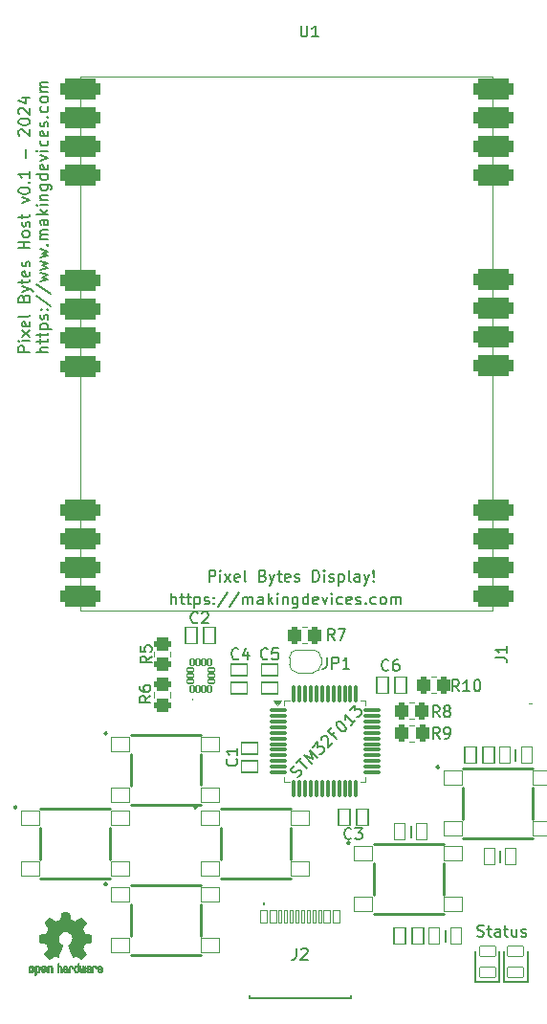
<source format=gbr>
%TF.GenerationSoftware,KiCad,Pcbnew,8.0.5*%
%TF.CreationDate,2024-09-24T06:40:10+02:00*%
%TF.ProjectId,PixelBytesHost,50697865-6c42-4797-9465-73486f73742e,rev?*%
%TF.SameCoordinates,Original*%
%TF.FileFunction,Legend,Top*%
%TF.FilePolarity,Positive*%
%FSLAX46Y46*%
G04 Gerber Fmt 4.6, Leading zero omitted, Abs format (unit mm)*
G04 Created by KiCad (PCBNEW 8.0.5) date 2024-09-24 06:40:10*
%MOMM*%
%LPD*%
G01*
G04 APERTURE LIST*
G04 Aperture macros list*
%AMRoundRect*
0 Rectangle with rounded corners*
0 $1 Rounding radius*
0 $2 $3 $4 $5 $6 $7 $8 $9 X,Y pos of 4 corners*
0 Add a 4 corners polygon primitive as box body*
4,1,4,$2,$3,$4,$5,$6,$7,$8,$9,$2,$3,0*
0 Add four circle primitives for the rounded corners*
1,1,$1+$1,$2,$3*
1,1,$1+$1,$4,$5*
1,1,$1+$1,$6,$7*
1,1,$1+$1,$8,$9*
0 Add four rect primitives between the rounded corners*
20,1,$1+$1,$2,$3,$4,$5,0*
20,1,$1+$1,$4,$5,$6,$7,0*
20,1,$1+$1,$6,$7,$8,$9,0*
20,1,$1+$1,$8,$9,$2,$3,0*%
%AMFreePoly0*
4,1,35,0.535355,0.785355,0.550000,0.750000,0.550000,-0.750000,0.535355,-0.785355,0.500000,-0.800000,0.000000,-0.800000,-0.012286,-0.794911,-0.071157,-0.794911,-0.085244,-0.792886,-0.221795,-0.752791,-0.234740,-0.746879,-0.354462,-0.669938,-0.365217,-0.660618,-0.458414,-0.553063,-0.466109,-0.541091,-0.525228,-0.411637,-0.529237,-0.397982,-0.549491,-0.257116,-0.550000,-0.250000,-0.550000,0.250000,
-0.549491,0.257116,-0.529237,0.397982,-0.525228,0.411637,-0.466109,0.541091,-0.458414,0.553063,-0.365217,0.660618,-0.354462,0.669938,-0.234740,0.746879,-0.221795,0.752791,-0.085244,0.792886,-0.071157,0.794911,-0.012286,0.794911,0.000000,0.800000,0.500000,0.800000,0.535355,0.785355,0.535355,0.785355,$1*%
%AMFreePoly1*
4,1,35,0.012286,0.794911,0.071157,0.794911,0.085244,0.792886,0.221795,0.752791,0.234740,0.746879,0.354462,0.669938,0.365217,0.660618,0.458414,0.553063,0.466109,0.541091,0.525228,0.411637,0.529237,0.397982,0.549491,0.257116,0.550000,0.250000,0.550000,-0.250000,0.549491,-0.257116,0.529237,-0.397982,0.525228,-0.411637,0.466109,-0.541091,0.458414,-0.553063,0.365217,-0.660618,
0.354462,-0.669938,0.234740,-0.746879,0.221795,-0.752791,0.085244,-0.792886,0.071157,-0.794911,0.012286,-0.794911,0.000000,-0.800000,-0.500000,-0.800000,-0.535355,-0.785355,-0.550000,-0.750000,-0.550000,0.750000,-0.535355,0.785355,-0.500000,0.800000,0.000000,0.800000,0.012286,0.794911,0.012286,0.794911,$1*%
G04 Aperture macros list end*
%ADD10C,0.150000*%
%ADD11C,0.200000*%
%ADD12C,0.120000*%
%ADD13C,0.010000*%
%ADD14C,0.254000*%
%ADD15C,0.100000*%
%ADD16RoundRect,0.050000X0.700000X-0.450000X0.700000X0.450000X-0.700000X0.450000X-0.700000X-0.450000X0*%
%ADD17RoundRect,0.050000X-0.500000X-0.725000X0.500000X-0.725000X0.500000X0.725000X-0.500000X0.725000X0*%
%ADD18RoundRect,0.274390X-0.288110X-0.475610X0.288110X-0.475610X0.288110X0.475610X-0.288110X0.475610X0*%
%ADD19RoundRect,0.050000X-0.510000X-0.735000X0.510000X-0.735000X0.510000X0.735000X-0.510000X0.735000X0*%
%ADD20C,0.989000*%
%ADD21C,1.650000*%
%ADD22RoundRect,0.050000X0.775000X-0.650000X0.775000X0.650000X-0.775000X0.650000X-0.775000X-0.650000X0*%
%ADD23RoundRect,0.050000X0.735000X-0.510000X0.735000X0.510000X-0.735000X0.510000X-0.735000X-0.510000X0*%
%ADD24RoundRect,0.274390X-0.475610X0.288110X-0.475610X-0.288110X0.475610X-0.288110X0.475610X0.288110X0*%
%ADD25RoundRect,0.274390X0.288110X0.475610X-0.288110X0.475610X-0.288110X-0.475610X0.288110X-0.475610X0*%
%ADD26RoundRect,0.050000X-0.735000X0.510000X-0.735000X-0.510000X0.735000X-0.510000X0.735000X0.510000X0*%
%ADD27RoundRect,0.050000X0.510000X0.735000X-0.510000X0.735000X-0.510000X-0.735000X0.510000X-0.735000X0*%
%ADD28RoundRect,0.050000X0.175000X0.287500X-0.175000X0.287500X-0.175000X-0.287500X0.175000X-0.287500X0*%
%ADD29RoundRect,0.050000X0.287500X-0.175000X0.287500X0.175000X-0.287500X0.175000X-0.287500X-0.175000X0*%
%ADD30RoundRect,0.100000X-0.687500X-0.100000X0.687500X-0.100000X0.687500X0.100000X-0.687500X0.100000X0*%
%ADD31RoundRect,0.100000X-0.100000X-0.687500X0.100000X-0.687500X0.100000X0.687500X-0.100000X0.687500X0*%
%ADD32FreePoly0,0.000000*%
%ADD33FreePoly1,0.000000*%
%ADD34RoundRect,0.050000X-0.300000X-0.550000X0.300000X-0.550000X0.300000X0.550000X-0.300000X0.550000X0*%
%ADD35RoundRect,0.050000X-0.150000X-0.550000X0.150000X-0.550000X0.150000X0.550000X-0.150000X0.550000X0*%
%ADD36C,2.380000*%
%ADD37C,2.950000*%
%ADD38RoundRect,0.475000X-1.325000X-0.475000X1.325000X-0.475000X1.325000X0.475000X-1.325000X0.475000X0*%
%ADD39C,1.400000*%
%ADD40C,1.675000*%
G04 APERTURE END LIST*
D10*
X138278743Y-110869809D02*
X138413430Y-110802465D01*
X138413430Y-110802465D02*
X138581789Y-110634107D01*
X138581789Y-110634107D02*
X138615461Y-110533091D01*
X138615461Y-110533091D02*
X138615461Y-110465748D01*
X138615461Y-110465748D02*
X138581789Y-110364733D01*
X138581789Y-110364733D02*
X138514445Y-110297389D01*
X138514445Y-110297389D02*
X138413430Y-110263717D01*
X138413430Y-110263717D02*
X138346087Y-110263717D01*
X138346087Y-110263717D02*
X138245071Y-110297389D01*
X138245071Y-110297389D02*
X138076713Y-110398404D01*
X138076713Y-110398404D02*
X137975697Y-110432076D01*
X137975697Y-110432076D02*
X137908354Y-110432076D01*
X137908354Y-110432076D02*
X137807339Y-110398404D01*
X137807339Y-110398404D02*
X137739995Y-110331061D01*
X137739995Y-110331061D02*
X137706323Y-110230046D01*
X137706323Y-110230046D02*
X137706323Y-110162702D01*
X137706323Y-110162702D02*
X137739995Y-110061687D01*
X137739995Y-110061687D02*
X137908354Y-109893328D01*
X137908354Y-109893328D02*
X138043041Y-109825984D01*
X138211400Y-109590282D02*
X138615461Y-109186221D01*
X139120537Y-110095358D02*
X138413430Y-109388252D01*
X139558270Y-109657626D02*
X138851163Y-108950519D01*
X138851163Y-108950519D02*
X139591942Y-109219893D01*
X139591942Y-109219893D02*
X139322568Y-108479114D01*
X139322568Y-108479114D02*
X140029674Y-109186221D01*
X139591941Y-108209740D02*
X140029674Y-107772008D01*
X140029674Y-107772008D02*
X140063346Y-108277084D01*
X140063346Y-108277084D02*
X140164361Y-108176069D01*
X140164361Y-108176069D02*
X140265376Y-108142397D01*
X140265376Y-108142397D02*
X140332720Y-108142397D01*
X140332720Y-108142397D02*
X140433735Y-108176069D01*
X140433735Y-108176069D02*
X140602094Y-108344427D01*
X140602094Y-108344427D02*
X140635766Y-108445443D01*
X140635766Y-108445443D02*
X140635766Y-108512786D01*
X140635766Y-108512786D02*
X140602094Y-108613801D01*
X140602094Y-108613801D02*
X140400063Y-108815832D01*
X140400063Y-108815832D02*
X140299048Y-108849504D01*
X140299048Y-108849504D02*
X140231705Y-108849504D01*
X140366392Y-107569977D02*
X140366392Y-107502633D01*
X140366392Y-107502633D02*
X140400064Y-107401618D01*
X140400064Y-107401618D02*
X140568422Y-107233259D01*
X140568422Y-107233259D02*
X140669438Y-107199588D01*
X140669438Y-107199588D02*
X140736781Y-107199588D01*
X140736781Y-107199588D02*
X140837796Y-107233259D01*
X140837796Y-107233259D02*
X140905140Y-107300603D01*
X140905140Y-107300603D02*
X140972483Y-107435290D01*
X140972483Y-107435290D02*
X140972483Y-108243412D01*
X140972483Y-108243412D02*
X141410216Y-107805679D01*
X141578575Y-106896542D02*
X141342873Y-107132244D01*
X141713262Y-107502633D02*
X141006155Y-106795527D01*
X141006155Y-106795527D02*
X141342873Y-106458809D01*
X141746934Y-106054748D02*
X141814277Y-105987405D01*
X141814277Y-105987405D02*
X141915292Y-105953733D01*
X141915292Y-105953733D02*
X141982636Y-105953733D01*
X141982636Y-105953733D02*
X142083651Y-105987405D01*
X142083651Y-105987405D02*
X142252010Y-106088420D01*
X142252010Y-106088420D02*
X142420369Y-106256779D01*
X142420369Y-106256779D02*
X142521384Y-106425137D01*
X142521384Y-106425137D02*
X142555056Y-106526153D01*
X142555056Y-106526153D02*
X142555056Y-106593496D01*
X142555056Y-106593496D02*
X142521384Y-106694511D01*
X142521384Y-106694511D02*
X142454040Y-106761855D01*
X142454040Y-106761855D02*
X142353025Y-106795527D01*
X142353025Y-106795527D02*
X142285682Y-106795527D01*
X142285682Y-106795527D02*
X142184666Y-106761855D01*
X142184666Y-106761855D02*
X142016308Y-106660840D01*
X142016308Y-106660840D02*
X141847949Y-106492481D01*
X141847949Y-106492481D02*
X141746934Y-106324122D01*
X141746934Y-106324122D02*
X141713262Y-106223107D01*
X141713262Y-106223107D02*
X141713262Y-106155763D01*
X141713262Y-106155763D02*
X141746934Y-106054748D01*
X143363178Y-105852718D02*
X142959117Y-106256779D01*
X143161147Y-106054748D02*
X142454041Y-105347641D01*
X142454041Y-105347641D02*
X142487712Y-105516000D01*
X142487712Y-105516000D02*
X142487712Y-105650687D01*
X142487712Y-105650687D02*
X142454041Y-105751702D01*
X142891773Y-104909908D02*
X143329506Y-104472176D01*
X143329506Y-104472176D02*
X143363178Y-104977252D01*
X143363178Y-104977252D02*
X143464193Y-104876237D01*
X143464193Y-104876237D02*
X143565208Y-104842565D01*
X143565208Y-104842565D02*
X143632552Y-104842565D01*
X143632552Y-104842565D02*
X143733567Y-104876237D01*
X143733567Y-104876237D02*
X143901926Y-105044595D01*
X143901926Y-105044595D02*
X143935598Y-105145611D01*
X143935598Y-105145611D02*
X143935598Y-105212954D01*
X143935598Y-105212954D02*
X143901926Y-105313969D01*
X143901926Y-105313969D02*
X143699895Y-105516000D01*
X143699895Y-105516000D02*
X143598880Y-105549672D01*
X143598880Y-105549672D02*
X143531537Y-105549672D01*
X154189160Y-124922200D02*
X154332017Y-124969819D01*
X154332017Y-124969819D02*
X154570112Y-124969819D01*
X154570112Y-124969819D02*
X154665350Y-124922200D01*
X154665350Y-124922200D02*
X154712969Y-124874580D01*
X154712969Y-124874580D02*
X154760588Y-124779342D01*
X154760588Y-124779342D02*
X154760588Y-124684104D01*
X154760588Y-124684104D02*
X154712969Y-124588866D01*
X154712969Y-124588866D02*
X154665350Y-124541247D01*
X154665350Y-124541247D02*
X154570112Y-124493628D01*
X154570112Y-124493628D02*
X154379636Y-124446009D01*
X154379636Y-124446009D02*
X154284398Y-124398390D01*
X154284398Y-124398390D02*
X154236779Y-124350771D01*
X154236779Y-124350771D02*
X154189160Y-124255533D01*
X154189160Y-124255533D02*
X154189160Y-124160295D01*
X154189160Y-124160295D02*
X154236779Y-124065057D01*
X154236779Y-124065057D02*
X154284398Y-124017438D01*
X154284398Y-124017438D02*
X154379636Y-123969819D01*
X154379636Y-123969819D02*
X154617731Y-123969819D01*
X154617731Y-123969819D02*
X154760588Y-124017438D01*
X155046303Y-124303152D02*
X155427255Y-124303152D01*
X155189160Y-123969819D02*
X155189160Y-124826961D01*
X155189160Y-124826961D02*
X155236779Y-124922200D01*
X155236779Y-124922200D02*
X155332017Y-124969819D01*
X155332017Y-124969819D02*
X155427255Y-124969819D01*
X156189160Y-124969819D02*
X156189160Y-124446009D01*
X156189160Y-124446009D02*
X156141541Y-124350771D01*
X156141541Y-124350771D02*
X156046303Y-124303152D01*
X156046303Y-124303152D02*
X155855827Y-124303152D01*
X155855827Y-124303152D02*
X155760589Y-124350771D01*
X156189160Y-124922200D02*
X156093922Y-124969819D01*
X156093922Y-124969819D02*
X155855827Y-124969819D01*
X155855827Y-124969819D02*
X155760589Y-124922200D01*
X155760589Y-124922200D02*
X155712970Y-124826961D01*
X155712970Y-124826961D02*
X155712970Y-124731723D01*
X155712970Y-124731723D02*
X155760589Y-124636485D01*
X155760589Y-124636485D02*
X155855827Y-124588866D01*
X155855827Y-124588866D02*
X156093922Y-124588866D01*
X156093922Y-124588866D02*
X156189160Y-124541247D01*
X156522494Y-124303152D02*
X156903446Y-124303152D01*
X156665351Y-123969819D02*
X156665351Y-124826961D01*
X156665351Y-124826961D02*
X156712970Y-124922200D01*
X156712970Y-124922200D02*
X156808208Y-124969819D01*
X156808208Y-124969819D02*
X156903446Y-124969819D01*
X157665351Y-124303152D02*
X157665351Y-124969819D01*
X157236780Y-124303152D02*
X157236780Y-124826961D01*
X157236780Y-124826961D02*
X157284399Y-124922200D01*
X157284399Y-124922200D02*
X157379637Y-124969819D01*
X157379637Y-124969819D02*
X157522494Y-124969819D01*
X157522494Y-124969819D02*
X157617732Y-124922200D01*
X157617732Y-124922200D02*
X157665351Y-124874580D01*
X158093923Y-124922200D02*
X158189161Y-124969819D01*
X158189161Y-124969819D02*
X158379637Y-124969819D01*
X158379637Y-124969819D02*
X158474875Y-124922200D01*
X158474875Y-124922200D02*
X158522494Y-124826961D01*
X158522494Y-124826961D02*
X158522494Y-124779342D01*
X158522494Y-124779342D02*
X158474875Y-124684104D01*
X158474875Y-124684104D02*
X158379637Y-124636485D01*
X158379637Y-124636485D02*
X158236780Y-124636485D01*
X158236780Y-124636485D02*
X158141542Y-124588866D01*
X158141542Y-124588866D02*
X158093923Y-124493628D01*
X158093923Y-124493628D02*
X158093923Y-124446009D01*
X158093923Y-124446009D02*
X158141542Y-124350771D01*
X158141542Y-124350771D02*
X158236780Y-124303152D01*
X158236780Y-124303152D02*
X158379637Y-124303152D01*
X158379637Y-124303152D02*
X158474875Y-124350771D01*
X114559875Y-73263220D02*
X113559875Y-73263220D01*
X113559875Y-73263220D02*
X113559875Y-72882268D01*
X113559875Y-72882268D02*
X113607494Y-72787030D01*
X113607494Y-72787030D02*
X113655113Y-72739411D01*
X113655113Y-72739411D02*
X113750351Y-72691792D01*
X113750351Y-72691792D02*
X113893208Y-72691792D01*
X113893208Y-72691792D02*
X113988446Y-72739411D01*
X113988446Y-72739411D02*
X114036065Y-72787030D01*
X114036065Y-72787030D02*
X114083684Y-72882268D01*
X114083684Y-72882268D02*
X114083684Y-73263220D01*
X114559875Y-72263220D02*
X113893208Y-72263220D01*
X113559875Y-72263220D02*
X113607494Y-72310839D01*
X113607494Y-72310839D02*
X113655113Y-72263220D01*
X113655113Y-72263220D02*
X113607494Y-72215601D01*
X113607494Y-72215601D02*
X113559875Y-72263220D01*
X113559875Y-72263220D02*
X113655113Y-72263220D01*
X114559875Y-71882268D02*
X113893208Y-71358459D01*
X113893208Y-71882268D02*
X114559875Y-71358459D01*
X114512256Y-70596554D02*
X114559875Y-70691792D01*
X114559875Y-70691792D02*
X114559875Y-70882268D01*
X114559875Y-70882268D02*
X114512256Y-70977506D01*
X114512256Y-70977506D02*
X114417017Y-71025125D01*
X114417017Y-71025125D02*
X114036065Y-71025125D01*
X114036065Y-71025125D02*
X113940827Y-70977506D01*
X113940827Y-70977506D02*
X113893208Y-70882268D01*
X113893208Y-70882268D02*
X113893208Y-70691792D01*
X113893208Y-70691792D02*
X113940827Y-70596554D01*
X113940827Y-70596554D02*
X114036065Y-70548935D01*
X114036065Y-70548935D02*
X114131303Y-70548935D01*
X114131303Y-70548935D02*
X114226541Y-71025125D01*
X114559875Y-69977506D02*
X114512256Y-70072744D01*
X114512256Y-70072744D02*
X114417017Y-70120363D01*
X114417017Y-70120363D02*
X113559875Y-70120363D01*
X114036065Y-68501315D02*
X114083684Y-68358458D01*
X114083684Y-68358458D02*
X114131303Y-68310839D01*
X114131303Y-68310839D02*
X114226541Y-68263220D01*
X114226541Y-68263220D02*
X114369398Y-68263220D01*
X114369398Y-68263220D02*
X114464636Y-68310839D01*
X114464636Y-68310839D02*
X114512256Y-68358458D01*
X114512256Y-68358458D02*
X114559875Y-68453696D01*
X114559875Y-68453696D02*
X114559875Y-68834648D01*
X114559875Y-68834648D02*
X113559875Y-68834648D01*
X113559875Y-68834648D02*
X113559875Y-68501315D01*
X113559875Y-68501315D02*
X113607494Y-68406077D01*
X113607494Y-68406077D02*
X113655113Y-68358458D01*
X113655113Y-68358458D02*
X113750351Y-68310839D01*
X113750351Y-68310839D02*
X113845589Y-68310839D01*
X113845589Y-68310839D02*
X113940827Y-68358458D01*
X113940827Y-68358458D02*
X113988446Y-68406077D01*
X113988446Y-68406077D02*
X114036065Y-68501315D01*
X114036065Y-68501315D02*
X114036065Y-68834648D01*
X113893208Y-67929886D02*
X114559875Y-67691791D01*
X113893208Y-67453696D02*
X114559875Y-67691791D01*
X114559875Y-67691791D02*
X114797970Y-67787029D01*
X114797970Y-67787029D02*
X114845589Y-67834648D01*
X114845589Y-67834648D02*
X114893208Y-67929886D01*
X113893208Y-67215600D02*
X113893208Y-66834648D01*
X113559875Y-67072743D02*
X114417017Y-67072743D01*
X114417017Y-67072743D02*
X114512256Y-67025124D01*
X114512256Y-67025124D02*
X114559875Y-66929886D01*
X114559875Y-66929886D02*
X114559875Y-66834648D01*
X114512256Y-66120362D02*
X114559875Y-66215600D01*
X114559875Y-66215600D02*
X114559875Y-66406076D01*
X114559875Y-66406076D02*
X114512256Y-66501314D01*
X114512256Y-66501314D02*
X114417017Y-66548933D01*
X114417017Y-66548933D02*
X114036065Y-66548933D01*
X114036065Y-66548933D02*
X113940827Y-66501314D01*
X113940827Y-66501314D02*
X113893208Y-66406076D01*
X113893208Y-66406076D02*
X113893208Y-66215600D01*
X113893208Y-66215600D02*
X113940827Y-66120362D01*
X113940827Y-66120362D02*
X114036065Y-66072743D01*
X114036065Y-66072743D02*
X114131303Y-66072743D01*
X114131303Y-66072743D02*
X114226541Y-66548933D01*
X114512256Y-65691790D02*
X114559875Y-65596552D01*
X114559875Y-65596552D02*
X114559875Y-65406076D01*
X114559875Y-65406076D02*
X114512256Y-65310838D01*
X114512256Y-65310838D02*
X114417017Y-65263219D01*
X114417017Y-65263219D02*
X114369398Y-65263219D01*
X114369398Y-65263219D02*
X114274160Y-65310838D01*
X114274160Y-65310838D02*
X114226541Y-65406076D01*
X114226541Y-65406076D02*
X114226541Y-65548933D01*
X114226541Y-65548933D02*
X114178922Y-65644171D01*
X114178922Y-65644171D02*
X114083684Y-65691790D01*
X114083684Y-65691790D02*
X114036065Y-65691790D01*
X114036065Y-65691790D02*
X113940827Y-65644171D01*
X113940827Y-65644171D02*
X113893208Y-65548933D01*
X113893208Y-65548933D02*
X113893208Y-65406076D01*
X113893208Y-65406076D02*
X113940827Y-65310838D01*
X114559875Y-64072742D02*
X113559875Y-64072742D01*
X114036065Y-64072742D02*
X114036065Y-63501314D01*
X114559875Y-63501314D02*
X113559875Y-63501314D01*
X114559875Y-62882266D02*
X114512256Y-62977504D01*
X114512256Y-62977504D02*
X114464636Y-63025123D01*
X114464636Y-63025123D02*
X114369398Y-63072742D01*
X114369398Y-63072742D02*
X114083684Y-63072742D01*
X114083684Y-63072742D02*
X113988446Y-63025123D01*
X113988446Y-63025123D02*
X113940827Y-62977504D01*
X113940827Y-62977504D02*
X113893208Y-62882266D01*
X113893208Y-62882266D02*
X113893208Y-62739409D01*
X113893208Y-62739409D02*
X113940827Y-62644171D01*
X113940827Y-62644171D02*
X113988446Y-62596552D01*
X113988446Y-62596552D02*
X114083684Y-62548933D01*
X114083684Y-62548933D02*
X114369398Y-62548933D01*
X114369398Y-62548933D02*
X114464636Y-62596552D01*
X114464636Y-62596552D02*
X114512256Y-62644171D01*
X114512256Y-62644171D02*
X114559875Y-62739409D01*
X114559875Y-62739409D02*
X114559875Y-62882266D01*
X114512256Y-62167980D02*
X114559875Y-62072742D01*
X114559875Y-62072742D02*
X114559875Y-61882266D01*
X114559875Y-61882266D02*
X114512256Y-61787028D01*
X114512256Y-61787028D02*
X114417017Y-61739409D01*
X114417017Y-61739409D02*
X114369398Y-61739409D01*
X114369398Y-61739409D02*
X114274160Y-61787028D01*
X114274160Y-61787028D02*
X114226541Y-61882266D01*
X114226541Y-61882266D02*
X114226541Y-62025123D01*
X114226541Y-62025123D02*
X114178922Y-62120361D01*
X114178922Y-62120361D02*
X114083684Y-62167980D01*
X114083684Y-62167980D02*
X114036065Y-62167980D01*
X114036065Y-62167980D02*
X113940827Y-62120361D01*
X113940827Y-62120361D02*
X113893208Y-62025123D01*
X113893208Y-62025123D02*
X113893208Y-61882266D01*
X113893208Y-61882266D02*
X113940827Y-61787028D01*
X113893208Y-61453694D02*
X113893208Y-61072742D01*
X113559875Y-61310837D02*
X114417017Y-61310837D01*
X114417017Y-61310837D02*
X114512256Y-61263218D01*
X114512256Y-61263218D02*
X114559875Y-61167980D01*
X114559875Y-61167980D02*
X114559875Y-61072742D01*
X113893208Y-60072741D02*
X114559875Y-59834646D01*
X114559875Y-59834646D02*
X113893208Y-59596551D01*
X113559875Y-59025122D02*
X113559875Y-58929884D01*
X113559875Y-58929884D02*
X113607494Y-58834646D01*
X113607494Y-58834646D02*
X113655113Y-58787027D01*
X113655113Y-58787027D02*
X113750351Y-58739408D01*
X113750351Y-58739408D02*
X113940827Y-58691789D01*
X113940827Y-58691789D02*
X114178922Y-58691789D01*
X114178922Y-58691789D02*
X114369398Y-58739408D01*
X114369398Y-58739408D02*
X114464636Y-58787027D01*
X114464636Y-58787027D02*
X114512256Y-58834646D01*
X114512256Y-58834646D02*
X114559875Y-58929884D01*
X114559875Y-58929884D02*
X114559875Y-59025122D01*
X114559875Y-59025122D02*
X114512256Y-59120360D01*
X114512256Y-59120360D02*
X114464636Y-59167979D01*
X114464636Y-59167979D02*
X114369398Y-59215598D01*
X114369398Y-59215598D02*
X114178922Y-59263217D01*
X114178922Y-59263217D02*
X113940827Y-59263217D01*
X113940827Y-59263217D02*
X113750351Y-59215598D01*
X113750351Y-59215598D02*
X113655113Y-59167979D01*
X113655113Y-59167979D02*
X113607494Y-59120360D01*
X113607494Y-59120360D02*
X113559875Y-59025122D01*
X114464636Y-58263217D02*
X114512256Y-58215598D01*
X114512256Y-58215598D02*
X114559875Y-58263217D01*
X114559875Y-58263217D02*
X114512256Y-58310836D01*
X114512256Y-58310836D02*
X114464636Y-58263217D01*
X114464636Y-58263217D02*
X114559875Y-58263217D01*
X114559875Y-57263218D02*
X114559875Y-57834646D01*
X114559875Y-57548932D02*
X113559875Y-57548932D01*
X113559875Y-57548932D02*
X113702732Y-57644170D01*
X113702732Y-57644170D02*
X113797970Y-57739408D01*
X113797970Y-57739408D02*
X113845589Y-57834646D01*
X114178922Y-56072741D02*
X114178922Y-55310837D01*
X113655113Y-54120360D02*
X113607494Y-54072741D01*
X113607494Y-54072741D02*
X113559875Y-53977503D01*
X113559875Y-53977503D02*
X113559875Y-53739408D01*
X113559875Y-53739408D02*
X113607494Y-53644170D01*
X113607494Y-53644170D02*
X113655113Y-53596551D01*
X113655113Y-53596551D02*
X113750351Y-53548932D01*
X113750351Y-53548932D02*
X113845589Y-53548932D01*
X113845589Y-53548932D02*
X113988446Y-53596551D01*
X113988446Y-53596551D02*
X114559875Y-54167979D01*
X114559875Y-54167979D02*
X114559875Y-53548932D01*
X113559875Y-52929884D02*
X113559875Y-52834646D01*
X113559875Y-52834646D02*
X113607494Y-52739408D01*
X113607494Y-52739408D02*
X113655113Y-52691789D01*
X113655113Y-52691789D02*
X113750351Y-52644170D01*
X113750351Y-52644170D02*
X113940827Y-52596551D01*
X113940827Y-52596551D02*
X114178922Y-52596551D01*
X114178922Y-52596551D02*
X114369398Y-52644170D01*
X114369398Y-52644170D02*
X114464636Y-52691789D01*
X114464636Y-52691789D02*
X114512256Y-52739408D01*
X114512256Y-52739408D02*
X114559875Y-52834646D01*
X114559875Y-52834646D02*
X114559875Y-52929884D01*
X114559875Y-52929884D02*
X114512256Y-53025122D01*
X114512256Y-53025122D02*
X114464636Y-53072741D01*
X114464636Y-53072741D02*
X114369398Y-53120360D01*
X114369398Y-53120360D02*
X114178922Y-53167979D01*
X114178922Y-53167979D02*
X113940827Y-53167979D01*
X113940827Y-53167979D02*
X113750351Y-53120360D01*
X113750351Y-53120360D02*
X113655113Y-53072741D01*
X113655113Y-53072741D02*
X113607494Y-53025122D01*
X113607494Y-53025122D02*
X113559875Y-52929884D01*
X113655113Y-52215598D02*
X113607494Y-52167979D01*
X113607494Y-52167979D02*
X113559875Y-52072741D01*
X113559875Y-52072741D02*
X113559875Y-51834646D01*
X113559875Y-51834646D02*
X113607494Y-51739408D01*
X113607494Y-51739408D02*
X113655113Y-51691789D01*
X113655113Y-51691789D02*
X113750351Y-51644170D01*
X113750351Y-51644170D02*
X113845589Y-51644170D01*
X113845589Y-51644170D02*
X113988446Y-51691789D01*
X113988446Y-51691789D02*
X114559875Y-52263217D01*
X114559875Y-52263217D02*
X114559875Y-51644170D01*
X113893208Y-50787027D02*
X114559875Y-50787027D01*
X113512256Y-51025122D02*
X114226541Y-51263217D01*
X114226541Y-51263217D02*
X114226541Y-50644170D01*
X116169819Y-73263220D02*
X115169819Y-73263220D01*
X116169819Y-72834649D02*
X115646009Y-72834649D01*
X115646009Y-72834649D02*
X115550771Y-72882268D01*
X115550771Y-72882268D02*
X115503152Y-72977506D01*
X115503152Y-72977506D02*
X115503152Y-73120363D01*
X115503152Y-73120363D02*
X115550771Y-73215601D01*
X115550771Y-73215601D02*
X115598390Y-73263220D01*
X115503152Y-72501315D02*
X115503152Y-72120363D01*
X115169819Y-72358458D02*
X116026961Y-72358458D01*
X116026961Y-72358458D02*
X116122200Y-72310839D01*
X116122200Y-72310839D02*
X116169819Y-72215601D01*
X116169819Y-72215601D02*
X116169819Y-72120363D01*
X115503152Y-71929886D02*
X115503152Y-71548934D01*
X115169819Y-71787029D02*
X116026961Y-71787029D01*
X116026961Y-71787029D02*
X116122200Y-71739410D01*
X116122200Y-71739410D02*
X116169819Y-71644172D01*
X116169819Y-71644172D02*
X116169819Y-71548934D01*
X115503152Y-71215600D02*
X116503152Y-71215600D01*
X115550771Y-71215600D02*
X115503152Y-71120362D01*
X115503152Y-71120362D02*
X115503152Y-70929886D01*
X115503152Y-70929886D02*
X115550771Y-70834648D01*
X115550771Y-70834648D02*
X115598390Y-70787029D01*
X115598390Y-70787029D02*
X115693628Y-70739410D01*
X115693628Y-70739410D02*
X115979342Y-70739410D01*
X115979342Y-70739410D02*
X116074580Y-70787029D01*
X116074580Y-70787029D02*
X116122200Y-70834648D01*
X116122200Y-70834648D02*
X116169819Y-70929886D01*
X116169819Y-70929886D02*
X116169819Y-71120362D01*
X116169819Y-71120362D02*
X116122200Y-71215600D01*
X116122200Y-70358457D02*
X116169819Y-70263219D01*
X116169819Y-70263219D02*
X116169819Y-70072743D01*
X116169819Y-70072743D02*
X116122200Y-69977505D01*
X116122200Y-69977505D02*
X116026961Y-69929886D01*
X116026961Y-69929886D02*
X115979342Y-69929886D01*
X115979342Y-69929886D02*
X115884104Y-69977505D01*
X115884104Y-69977505D02*
X115836485Y-70072743D01*
X115836485Y-70072743D02*
X115836485Y-70215600D01*
X115836485Y-70215600D02*
X115788866Y-70310838D01*
X115788866Y-70310838D02*
X115693628Y-70358457D01*
X115693628Y-70358457D02*
X115646009Y-70358457D01*
X115646009Y-70358457D02*
X115550771Y-70310838D01*
X115550771Y-70310838D02*
X115503152Y-70215600D01*
X115503152Y-70215600D02*
X115503152Y-70072743D01*
X115503152Y-70072743D02*
X115550771Y-69977505D01*
X116074580Y-69501314D02*
X116122200Y-69453695D01*
X116122200Y-69453695D02*
X116169819Y-69501314D01*
X116169819Y-69501314D02*
X116122200Y-69548933D01*
X116122200Y-69548933D02*
X116074580Y-69501314D01*
X116074580Y-69501314D02*
X116169819Y-69501314D01*
X115550771Y-69501314D02*
X115598390Y-69453695D01*
X115598390Y-69453695D02*
X115646009Y-69501314D01*
X115646009Y-69501314D02*
X115598390Y-69548933D01*
X115598390Y-69548933D02*
X115550771Y-69501314D01*
X115550771Y-69501314D02*
X115646009Y-69501314D01*
X115122200Y-68310839D02*
X116407914Y-69167981D01*
X115122200Y-67263220D02*
X116407914Y-68120362D01*
X115503152Y-67025124D02*
X116169819Y-66834648D01*
X116169819Y-66834648D02*
X115693628Y-66644172D01*
X115693628Y-66644172D02*
X116169819Y-66453696D01*
X116169819Y-66453696D02*
X115503152Y-66263220D01*
X115503152Y-65977505D02*
X116169819Y-65787029D01*
X116169819Y-65787029D02*
X115693628Y-65596553D01*
X115693628Y-65596553D02*
X116169819Y-65406077D01*
X116169819Y-65406077D02*
X115503152Y-65215601D01*
X115503152Y-64929886D02*
X116169819Y-64739410D01*
X116169819Y-64739410D02*
X115693628Y-64548934D01*
X115693628Y-64548934D02*
X116169819Y-64358458D01*
X116169819Y-64358458D02*
X115503152Y-64167982D01*
X116074580Y-63787029D02*
X116122200Y-63739410D01*
X116122200Y-63739410D02*
X116169819Y-63787029D01*
X116169819Y-63787029D02*
X116122200Y-63834648D01*
X116122200Y-63834648D02*
X116074580Y-63787029D01*
X116074580Y-63787029D02*
X116169819Y-63787029D01*
X116169819Y-63310839D02*
X115503152Y-63310839D01*
X115598390Y-63310839D02*
X115550771Y-63263220D01*
X115550771Y-63263220D02*
X115503152Y-63167982D01*
X115503152Y-63167982D02*
X115503152Y-63025125D01*
X115503152Y-63025125D02*
X115550771Y-62929887D01*
X115550771Y-62929887D02*
X115646009Y-62882268D01*
X115646009Y-62882268D02*
X116169819Y-62882268D01*
X115646009Y-62882268D02*
X115550771Y-62834649D01*
X115550771Y-62834649D02*
X115503152Y-62739411D01*
X115503152Y-62739411D02*
X115503152Y-62596554D01*
X115503152Y-62596554D02*
X115550771Y-62501315D01*
X115550771Y-62501315D02*
X115646009Y-62453696D01*
X115646009Y-62453696D02*
X116169819Y-62453696D01*
X116169819Y-61548935D02*
X115646009Y-61548935D01*
X115646009Y-61548935D02*
X115550771Y-61596554D01*
X115550771Y-61596554D02*
X115503152Y-61691792D01*
X115503152Y-61691792D02*
X115503152Y-61882268D01*
X115503152Y-61882268D02*
X115550771Y-61977506D01*
X116122200Y-61548935D02*
X116169819Y-61644173D01*
X116169819Y-61644173D02*
X116169819Y-61882268D01*
X116169819Y-61882268D02*
X116122200Y-61977506D01*
X116122200Y-61977506D02*
X116026961Y-62025125D01*
X116026961Y-62025125D02*
X115931723Y-62025125D01*
X115931723Y-62025125D02*
X115836485Y-61977506D01*
X115836485Y-61977506D02*
X115788866Y-61882268D01*
X115788866Y-61882268D02*
X115788866Y-61644173D01*
X115788866Y-61644173D02*
X115741247Y-61548935D01*
X116169819Y-61072744D02*
X115169819Y-61072744D01*
X115788866Y-60977506D02*
X116169819Y-60691792D01*
X115503152Y-60691792D02*
X115884104Y-61072744D01*
X116169819Y-60263220D02*
X115503152Y-60263220D01*
X115169819Y-60263220D02*
X115217438Y-60310839D01*
X115217438Y-60310839D02*
X115265057Y-60263220D01*
X115265057Y-60263220D02*
X115217438Y-60215601D01*
X115217438Y-60215601D02*
X115169819Y-60263220D01*
X115169819Y-60263220D02*
X115265057Y-60263220D01*
X115503152Y-59787030D02*
X116169819Y-59787030D01*
X115598390Y-59787030D02*
X115550771Y-59739411D01*
X115550771Y-59739411D02*
X115503152Y-59644173D01*
X115503152Y-59644173D02*
X115503152Y-59501316D01*
X115503152Y-59501316D02*
X115550771Y-59406078D01*
X115550771Y-59406078D02*
X115646009Y-59358459D01*
X115646009Y-59358459D02*
X116169819Y-59358459D01*
X115503152Y-58453697D02*
X116312676Y-58453697D01*
X116312676Y-58453697D02*
X116407914Y-58501316D01*
X116407914Y-58501316D02*
X116455533Y-58548935D01*
X116455533Y-58548935D02*
X116503152Y-58644173D01*
X116503152Y-58644173D02*
X116503152Y-58787030D01*
X116503152Y-58787030D02*
X116455533Y-58882268D01*
X116122200Y-58453697D02*
X116169819Y-58548935D01*
X116169819Y-58548935D02*
X116169819Y-58739411D01*
X116169819Y-58739411D02*
X116122200Y-58834649D01*
X116122200Y-58834649D02*
X116074580Y-58882268D01*
X116074580Y-58882268D02*
X115979342Y-58929887D01*
X115979342Y-58929887D02*
X115693628Y-58929887D01*
X115693628Y-58929887D02*
X115598390Y-58882268D01*
X115598390Y-58882268D02*
X115550771Y-58834649D01*
X115550771Y-58834649D02*
X115503152Y-58739411D01*
X115503152Y-58739411D02*
X115503152Y-58548935D01*
X115503152Y-58548935D02*
X115550771Y-58453697D01*
X116169819Y-57548935D02*
X115169819Y-57548935D01*
X116122200Y-57548935D02*
X116169819Y-57644173D01*
X116169819Y-57644173D02*
X116169819Y-57834649D01*
X116169819Y-57834649D02*
X116122200Y-57929887D01*
X116122200Y-57929887D02*
X116074580Y-57977506D01*
X116074580Y-57977506D02*
X115979342Y-58025125D01*
X115979342Y-58025125D02*
X115693628Y-58025125D01*
X115693628Y-58025125D02*
X115598390Y-57977506D01*
X115598390Y-57977506D02*
X115550771Y-57929887D01*
X115550771Y-57929887D02*
X115503152Y-57834649D01*
X115503152Y-57834649D02*
X115503152Y-57644173D01*
X115503152Y-57644173D02*
X115550771Y-57548935D01*
X116122200Y-56691792D02*
X116169819Y-56787030D01*
X116169819Y-56787030D02*
X116169819Y-56977506D01*
X116169819Y-56977506D02*
X116122200Y-57072744D01*
X116122200Y-57072744D02*
X116026961Y-57120363D01*
X116026961Y-57120363D02*
X115646009Y-57120363D01*
X115646009Y-57120363D02*
X115550771Y-57072744D01*
X115550771Y-57072744D02*
X115503152Y-56977506D01*
X115503152Y-56977506D02*
X115503152Y-56787030D01*
X115503152Y-56787030D02*
X115550771Y-56691792D01*
X115550771Y-56691792D02*
X115646009Y-56644173D01*
X115646009Y-56644173D02*
X115741247Y-56644173D01*
X115741247Y-56644173D02*
X115836485Y-57120363D01*
X115503152Y-56310839D02*
X116169819Y-56072744D01*
X116169819Y-56072744D02*
X115503152Y-55834649D01*
X116169819Y-55453696D02*
X115503152Y-55453696D01*
X115169819Y-55453696D02*
X115217438Y-55501315D01*
X115217438Y-55501315D02*
X115265057Y-55453696D01*
X115265057Y-55453696D02*
X115217438Y-55406077D01*
X115217438Y-55406077D02*
X115169819Y-55453696D01*
X115169819Y-55453696D02*
X115265057Y-55453696D01*
X116122200Y-54548935D02*
X116169819Y-54644173D01*
X116169819Y-54644173D02*
X116169819Y-54834649D01*
X116169819Y-54834649D02*
X116122200Y-54929887D01*
X116122200Y-54929887D02*
X116074580Y-54977506D01*
X116074580Y-54977506D02*
X115979342Y-55025125D01*
X115979342Y-55025125D02*
X115693628Y-55025125D01*
X115693628Y-55025125D02*
X115598390Y-54977506D01*
X115598390Y-54977506D02*
X115550771Y-54929887D01*
X115550771Y-54929887D02*
X115503152Y-54834649D01*
X115503152Y-54834649D02*
X115503152Y-54644173D01*
X115503152Y-54644173D02*
X115550771Y-54548935D01*
X116122200Y-53739411D02*
X116169819Y-53834649D01*
X116169819Y-53834649D02*
X116169819Y-54025125D01*
X116169819Y-54025125D02*
X116122200Y-54120363D01*
X116122200Y-54120363D02*
X116026961Y-54167982D01*
X116026961Y-54167982D02*
X115646009Y-54167982D01*
X115646009Y-54167982D02*
X115550771Y-54120363D01*
X115550771Y-54120363D02*
X115503152Y-54025125D01*
X115503152Y-54025125D02*
X115503152Y-53834649D01*
X115503152Y-53834649D02*
X115550771Y-53739411D01*
X115550771Y-53739411D02*
X115646009Y-53691792D01*
X115646009Y-53691792D02*
X115741247Y-53691792D01*
X115741247Y-53691792D02*
X115836485Y-54167982D01*
X116122200Y-53310839D02*
X116169819Y-53215601D01*
X116169819Y-53215601D02*
X116169819Y-53025125D01*
X116169819Y-53025125D02*
X116122200Y-52929887D01*
X116122200Y-52929887D02*
X116026961Y-52882268D01*
X116026961Y-52882268D02*
X115979342Y-52882268D01*
X115979342Y-52882268D02*
X115884104Y-52929887D01*
X115884104Y-52929887D02*
X115836485Y-53025125D01*
X115836485Y-53025125D02*
X115836485Y-53167982D01*
X115836485Y-53167982D02*
X115788866Y-53263220D01*
X115788866Y-53263220D02*
X115693628Y-53310839D01*
X115693628Y-53310839D02*
X115646009Y-53310839D01*
X115646009Y-53310839D02*
X115550771Y-53263220D01*
X115550771Y-53263220D02*
X115503152Y-53167982D01*
X115503152Y-53167982D02*
X115503152Y-53025125D01*
X115503152Y-53025125D02*
X115550771Y-52929887D01*
X116074580Y-52453696D02*
X116122200Y-52406077D01*
X116122200Y-52406077D02*
X116169819Y-52453696D01*
X116169819Y-52453696D02*
X116122200Y-52501315D01*
X116122200Y-52501315D02*
X116074580Y-52453696D01*
X116074580Y-52453696D02*
X116169819Y-52453696D01*
X116122200Y-51548935D02*
X116169819Y-51644173D01*
X116169819Y-51644173D02*
X116169819Y-51834649D01*
X116169819Y-51834649D02*
X116122200Y-51929887D01*
X116122200Y-51929887D02*
X116074580Y-51977506D01*
X116074580Y-51977506D02*
X115979342Y-52025125D01*
X115979342Y-52025125D02*
X115693628Y-52025125D01*
X115693628Y-52025125D02*
X115598390Y-51977506D01*
X115598390Y-51977506D02*
X115550771Y-51929887D01*
X115550771Y-51929887D02*
X115503152Y-51834649D01*
X115503152Y-51834649D02*
X115503152Y-51644173D01*
X115503152Y-51644173D02*
X115550771Y-51548935D01*
X116169819Y-50977506D02*
X116122200Y-51072744D01*
X116122200Y-51072744D02*
X116074580Y-51120363D01*
X116074580Y-51120363D02*
X115979342Y-51167982D01*
X115979342Y-51167982D02*
X115693628Y-51167982D01*
X115693628Y-51167982D02*
X115598390Y-51120363D01*
X115598390Y-51120363D02*
X115550771Y-51072744D01*
X115550771Y-51072744D02*
X115503152Y-50977506D01*
X115503152Y-50977506D02*
X115503152Y-50834649D01*
X115503152Y-50834649D02*
X115550771Y-50739411D01*
X115550771Y-50739411D02*
X115598390Y-50691792D01*
X115598390Y-50691792D02*
X115693628Y-50644173D01*
X115693628Y-50644173D02*
X115979342Y-50644173D01*
X115979342Y-50644173D02*
X116074580Y-50691792D01*
X116074580Y-50691792D02*
X116122200Y-50739411D01*
X116122200Y-50739411D02*
X116169819Y-50834649D01*
X116169819Y-50834649D02*
X116169819Y-50977506D01*
X116169819Y-50215601D02*
X115503152Y-50215601D01*
X115598390Y-50215601D02*
X115550771Y-50167982D01*
X115550771Y-50167982D02*
X115503152Y-50072744D01*
X115503152Y-50072744D02*
X115503152Y-49929887D01*
X115503152Y-49929887D02*
X115550771Y-49834649D01*
X115550771Y-49834649D02*
X115646009Y-49787030D01*
X115646009Y-49787030D02*
X116169819Y-49787030D01*
X115646009Y-49787030D02*
X115550771Y-49739411D01*
X115550771Y-49739411D02*
X115503152Y-49644173D01*
X115503152Y-49644173D02*
X115503152Y-49501316D01*
X115503152Y-49501316D02*
X115550771Y-49406077D01*
X115550771Y-49406077D02*
X115646009Y-49358458D01*
X115646009Y-49358458D02*
X116169819Y-49358458D01*
X150833333Y-105554819D02*
X150500000Y-105078628D01*
X150261905Y-105554819D02*
X150261905Y-104554819D01*
X150261905Y-104554819D02*
X150642857Y-104554819D01*
X150642857Y-104554819D02*
X150738095Y-104602438D01*
X150738095Y-104602438D02*
X150785714Y-104650057D01*
X150785714Y-104650057D02*
X150833333Y-104745295D01*
X150833333Y-104745295D02*
X150833333Y-104888152D01*
X150833333Y-104888152D02*
X150785714Y-104983390D01*
X150785714Y-104983390D02*
X150738095Y-105031009D01*
X150738095Y-105031009D02*
X150642857Y-105078628D01*
X150642857Y-105078628D02*
X150261905Y-105078628D01*
X151404762Y-104983390D02*
X151309524Y-104935771D01*
X151309524Y-104935771D02*
X151261905Y-104888152D01*
X151261905Y-104888152D02*
X151214286Y-104792914D01*
X151214286Y-104792914D02*
X151214286Y-104745295D01*
X151214286Y-104745295D02*
X151261905Y-104650057D01*
X151261905Y-104650057D02*
X151309524Y-104602438D01*
X151309524Y-104602438D02*
X151404762Y-104554819D01*
X151404762Y-104554819D02*
X151595238Y-104554819D01*
X151595238Y-104554819D02*
X151690476Y-104602438D01*
X151690476Y-104602438D02*
X151738095Y-104650057D01*
X151738095Y-104650057D02*
X151785714Y-104745295D01*
X151785714Y-104745295D02*
X151785714Y-104792914D01*
X151785714Y-104792914D02*
X151738095Y-104888152D01*
X151738095Y-104888152D02*
X151690476Y-104935771D01*
X151690476Y-104935771D02*
X151595238Y-104983390D01*
X151595238Y-104983390D02*
X151404762Y-104983390D01*
X151404762Y-104983390D02*
X151309524Y-105031009D01*
X151309524Y-105031009D02*
X151261905Y-105078628D01*
X151261905Y-105078628D02*
X151214286Y-105173866D01*
X151214286Y-105173866D02*
X151214286Y-105364342D01*
X151214286Y-105364342D02*
X151261905Y-105459580D01*
X151261905Y-105459580D02*
X151309524Y-105507200D01*
X151309524Y-105507200D02*
X151404762Y-105554819D01*
X151404762Y-105554819D02*
X151595238Y-105554819D01*
X151595238Y-105554819D02*
X151690476Y-105507200D01*
X151690476Y-105507200D02*
X151738095Y-105459580D01*
X151738095Y-105459580D02*
X151785714Y-105364342D01*
X151785714Y-105364342D02*
X151785714Y-105173866D01*
X151785714Y-105173866D02*
X151738095Y-105078628D01*
X151738095Y-105078628D02*
X151690476Y-105031009D01*
X151690476Y-105031009D02*
X151595238Y-104983390D01*
X143033333Y-116259580D02*
X142985714Y-116307200D01*
X142985714Y-116307200D02*
X142842857Y-116354819D01*
X142842857Y-116354819D02*
X142747619Y-116354819D01*
X142747619Y-116354819D02*
X142604762Y-116307200D01*
X142604762Y-116307200D02*
X142509524Y-116211961D01*
X142509524Y-116211961D02*
X142461905Y-116116723D01*
X142461905Y-116116723D02*
X142414286Y-115926247D01*
X142414286Y-115926247D02*
X142414286Y-115783390D01*
X142414286Y-115783390D02*
X142461905Y-115592914D01*
X142461905Y-115592914D02*
X142509524Y-115497676D01*
X142509524Y-115497676D02*
X142604762Y-115402438D01*
X142604762Y-115402438D02*
X142747619Y-115354819D01*
X142747619Y-115354819D02*
X142842857Y-115354819D01*
X142842857Y-115354819D02*
X142985714Y-115402438D01*
X142985714Y-115402438D02*
X143033333Y-115450057D01*
X143366667Y-115354819D02*
X143985714Y-115354819D01*
X143985714Y-115354819D02*
X143652381Y-115735771D01*
X143652381Y-115735771D02*
X143795238Y-115735771D01*
X143795238Y-115735771D02*
X143890476Y-115783390D01*
X143890476Y-115783390D02*
X143938095Y-115831009D01*
X143938095Y-115831009D02*
X143985714Y-115926247D01*
X143985714Y-115926247D02*
X143985714Y-116164342D01*
X143985714Y-116164342D02*
X143938095Y-116259580D01*
X143938095Y-116259580D02*
X143890476Y-116307200D01*
X143890476Y-116307200D02*
X143795238Y-116354819D01*
X143795238Y-116354819D02*
X143509524Y-116354819D01*
X143509524Y-116354819D02*
X143414286Y-116307200D01*
X143414286Y-116307200D02*
X143366667Y-116259580D01*
X155814819Y-100298333D02*
X156529104Y-100298333D01*
X156529104Y-100298333D02*
X156671961Y-100345952D01*
X156671961Y-100345952D02*
X156767200Y-100441190D01*
X156767200Y-100441190D02*
X156814819Y-100584047D01*
X156814819Y-100584047D02*
X156814819Y-100679285D01*
X156814819Y-99298333D02*
X156814819Y-99869761D01*
X156814819Y-99584047D02*
X155814819Y-99584047D01*
X155814819Y-99584047D02*
X155957676Y-99679285D01*
X155957676Y-99679285D02*
X156052914Y-99774523D01*
X156052914Y-99774523D02*
X156100533Y-99869761D01*
X133033333Y-100359580D02*
X132985714Y-100407200D01*
X132985714Y-100407200D02*
X132842857Y-100454819D01*
X132842857Y-100454819D02*
X132747619Y-100454819D01*
X132747619Y-100454819D02*
X132604762Y-100407200D01*
X132604762Y-100407200D02*
X132509524Y-100311961D01*
X132509524Y-100311961D02*
X132461905Y-100216723D01*
X132461905Y-100216723D02*
X132414286Y-100026247D01*
X132414286Y-100026247D02*
X132414286Y-99883390D01*
X132414286Y-99883390D02*
X132461905Y-99692914D01*
X132461905Y-99692914D02*
X132509524Y-99597676D01*
X132509524Y-99597676D02*
X132604762Y-99502438D01*
X132604762Y-99502438D02*
X132747619Y-99454819D01*
X132747619Y-99454819D02*
X132842857Y-99454819D01*
X132842857Y-99454819D02*
X132985714Y-99502438D01*
X132985714Y-99502438D02*
X133033333Y-99550057D01*
X133890476Y-99788152D02*
X133890476Y-100454819D01*
X133652381Y-99407200D02*
X133414286Y-100121485D01*
X133414286Y-100121485D02*
X134033333Y-100121485D01*
X141533333Y-98754819D02*
X141200000Y-98278628D01*
X140961905Y-98754819D02*
X140961905Y-97754819D01*
X140961905Y-97754819D02*
X141342857Y-97754819D01*
X141342857Y-97754819D02*
X141438095Y-97802438D01*
X141438095Y-97802438D02*
X141485714Y-97850057D01*
X141485714Y-97850057D02*
X141533333Y-97945295D01*
X141533333Y-97945295D02*
X141533333Y-98088152D01*
X141533333Y-98088152D02*
X141485714Y-98183390D01*
X141485714Y-98183390D02*
X141438095Y-98231009D01*
X141438095Y-98231009D02*
X141342857Y-98278628D01*
X141342857Y-98278628D02*
X140961905Y-98278628D01*
X141866667Y-97754819D02*
X142533333Y-97754819D01*
X142533333Y-97754819D02*
X142104762Y-98754819D01*
X125354819Y-100166666D02*
X124878628Y-100499999D01*
X125354819Y-100738094D02*
X124354819Y-100738094D01*
X124354819Y-100738094D02*
X124354819Y-100357142D01*
X124354819Y-100357142D02*
X124402438Y-100261904D01*
X124402438Y-100261904D02*
X124450057Y-100214285D01*
X124450057Y-100214285D02*
X124545295Y-100166666D01*
X124545295Y-100166666D02*
X124688152Y-100166666D01*
X124688152Y-100166666D02*
X124783390Y-100214285D01*
X124783390Y-100214285D02*
X124831009Y-100261904D01*
X124831009Y-100261904D02*
X124878628Y-100357142D01*
X124878628Y-100357142D02*
X124878628Y-100738094D01*
X124354819Y-99261904D02*
X124354819Y-99738094D01*
X124354819Y-99738094D02*
X124831009Y-99785713D01*
X124831009Y-99785713D02*
X124783390Y-99738094D01*
X124783390Y-99738094D02*
X124735771Y-99642856D01*
X124735771Y-99642856D02*
X124735771Y-99404761D01*
X124735771Y-99404761D02*
X124783390Y-99309523D01*
X124783390Y-99309523D02*
X124831009Y-99261904D01*
X124831009Y-99261904D02*
X124926247Y-99214285D01*
X124926247Y-99214285D02*
X125164342Y-99214285D01*
X125164342Y-99214285D02*
X125259580Y-99261904D01*
X125259580Y-99261904D02*
X125307200Y-99309523D01*
X125307200Y-99309523D02*
X125354819Y-99404761D01*
X125354819Y-99404761D02*
X125354819Y-99642856D01*
X125354819Y-99642856D02*
X125307200Y-99738094D01*
X125307200Y-99738094D02*
X125259580Y-99785713D01*
X150833333Y-107454819D02*
X150500000Y-106978628D01*
X150261905Y-107454819D02*
X150261905Y-106454819D01*
X150261905Y-106454819D02*
X150642857Y-106454819D01*
X150642857Y-106454819D02*
X150738095Y-106502438D01*
X150738095Y-106502438D02*
X150785714Y-106550057D01*
X150785714Y-106550057D02*
X150833333Y-106645295D01*
X150833333Y-106645295D02*
X150833333Y-106788152D01*
X150833333Y-106788152D02*
X150785714Y-106883390D01*
X150785714Y-106883390D02*
X150738095Y-106931009D01*
X150738095Y-106931009D02*
X150642857Y-106978628D01*
X150642857Y-106978628D02*
X150261905Y-106978628D01*
X151309524Y-107454819D02*
X151500000Y-107454819D01*
X151500000Y-107454819D02*
X151595238Y-107407200D01*
X151595238Y-107407200D02*
X151642857Y-107359580D01*
X151642857Y-107359580D02*
X151738095Y-107216723D01*
X151738095Y-107216723D02*
X151785714Y-107026247D01*
X151785714Y-107026247D02*
X151785714Y-106645295D01*
X151785714Y-106645295D02*
X151738095Y-106550057D01*
X151738095Y-106550057D02*
X151690476Y-106502438D01*
X151690476Y-106502438D02*
X151595238Y-106454819D01*
X151595238Y-106454819D02*
X151404762Y-106454819D01*
X151404762Y-106454819D02*
X151309524Y-106502438D01*
X151309524Y-106502438D02*
X151261905Y-106550057D01*
X151261905Y-106550057D02*
X151214286Y-106645295D01*
X151214286Y-106645295D02*
X151214286Y-106883390D01*
X151214286Y-106883390D02*
X151261905Y-106978628D01*
X151261905Y-106978628D02*
X151309524Y-107026247D01*
X151309524Y-107026247D02*
X151404762Y-107073866D01*
X151404762Y-107073866D02*
X151595238Y-107073866D01*
X151595238Y-107073866D02*
X151690476Y-107026247D01*
X151690476Y-107026247D02*
X151738095Y-106978628D01*
X151738095Y-106978628D02*
X151785714Y-106883390D01*
X132859580Y-109266666D02*
X132907200Y-109314285D01*
X132907200Y-109314285D02*
X132954819Y-109457142D01*
X132954819Y-109457142D02*
X132954819Y-109552380D01*
X132954819Y-109552380D02*
X132907200Y-109695237D01*
X132907200Y-109695237D02*
X132811961Y-109790475D01*
X132811961Y-109790475D02*
X132716723Y-109838094D01*
X132716723Y-109838094D02*
X132526247Y-109885713D01*
X132526247Y-109885713D02*
X132383390Y-109885713D01*
X132383390Y-109885713D02*
X132192914Y-109838094D01*
X132192914Y-109838094D02*
X132097676Y-109790475D01*
X132097676Y-109790475D02*
X132002438Y-109695237D01*
X132002438Y-109695237D02*
X131954819Y-109552380D01*
X131954819Y-109552380D02*
X131954819Y-109457142D01*
X131954819Y-109457142D02*
X132002438Y-109314285D01*
X132002438Y-109314285D02*
X132050057Y-109266666D01*
X132954819Y-108314285D02*
X132954819Y-108885713D01*
X132954819Y-108599999D02*
X131954819Y-108599999D01*
X131954819Y-108599999D02*
X132097676Y-108695237D01*
X132097676Y-108695237D02*
X132192914Y-108790475D01*
X132192914Y-108790475D02*
X132240533Y-108885713D01*
X125254819Y-103666666D02*
X124778628Y-103999999D01*
X125254819Y-104238094D02*
X124254819Y-104238094D01*
X124254819Y-104238094D02*
X124254819Y-103857142D01*
X124254819Y-103857142D02*
X124302438Y-103761904D01*
X124302438Y-103761904D02*
X124350057Y-103714285D01*
X124350057Y-103714285D02*
X124445295Y-103666666D01*
X124445295Y-103666666D02*
X124588152Y-103666666D01*
X124588152Y-103666666D02*
X124683390Y-103714285D01*
X124683390Y-103714285D02*
X124731009Y-103761904D01*
X124731009Y-103761904D02*
X124778628Y-103857142D01*
X124778628Y-103857142D02*
X124778628Y-104238094D01*
X124254819Y-102809523D02*
X124254819Y-102999999D01*
X124254819Y-102999999D02*
X124302438Y-103095237D01*
X124302438Y-103095237D02*
X124350057Y-103142856D01*
X124350057Y-103142856D02*
X124492914Y-103238094D01*
X124492914Y-103238094D02*
X124683390Y-103285713D01*
X124683390Y-103285713D02*
X125064342Y-103285713D01*
X125064342Y-103285713D02*
X125159580Y-103238094D01*
X125159580Y-103238094D02*
X125207200Y-103190475D01*
X125207200Y-103190475D02*
X125254819Y-103095237D01*
X125254819Y-103095237D02*
X125254819Y-102904761D01*
X125254819Y-102904761D02*
X125207200Y-102809523D01*
X125207200Y-102809523D02*
X125159580Y-102761904D01*
X125159580Y-102761904D02*
X125064342Y-102714285D01*
X125064342Y-102714285D02*
X124826247Y-102714285D01*
X124826247Y-102714285D02*
X124731009Y-102761904D01*
X124731009Y-102761904D02*
X124683390Y-102809523D01*
X124683390Y-102809523D02*
X124635771Y-102904761D01*
X124635771Y-102904761D02*
X124635771Y-103095237D01*
X124635771Y-103095237D02*
X124683390Y-103190475D01*
X124683390Y-103190475D02*
X124731009Y-103238094D01*
X124731009Y-103238094D02*
X124826247Y-103285713D01*
X152557142Y-103254819D02*
X152223809Y-102778628D01*
X151985714Y-103254819D02*
X151985714Y-102254819D01*
X151985714Y-102254819D02*
X152366666Y-102254819D01*
X152366666Y-102254819D02*
X152461904Y-102302438D01*
X152461904Y-102302438D02*
X152509523Y-102350057D01*
X152509523Y-102350057D02*
X152557142Y-102445295D01*
X152557142Y-102445295D02*
X152557142Y-102588152D01*
X152557142Y-102588152D02*
X152509523Y-102683390D01*
X152509523Y-102683390D02*
X152461904Y-102731009D01*
X152461904Y-102731009D02*
X152366666Y-102778628D01*
X152366666Y-102778628D02*
X151985714Y-102778628D01*
X153509523Y-103254819D02*
X152938095Y-103254819D01*
X153223809Y-103254819D02*
X153223809Y-102254819D01*
X153223809Y-102254819D02*
X153128571Y-102397676D01*
X153128571Y-102397676D02*
X153033333Y-102492914D01*
X153033333Y-102492914D02*
X152938095Y-102540533D01*
X154128571Y-102254819D02*
X154223809Y-102254819D01*
X154223809Y-102254819D02*
X154319047Y-102302438D01*
X154319047Y-102302438D02*
X154366666Y-102350057D01*
X154366666Y-102350057D02*
X154414285Y-102445295D01*
X154414285Y-102445295D02*
X154461904Y-102635771D01*
X154461904Y-102635771D02*
X154461904Y-102873866D01*
X154461904Y-102873866D02*
X154414285Y-103064342D01*
X154414285Y-103064342D02*
X154366666Y-103159580D01*
X154366666Y-103159580D02*
X154319047Y-103207200D01*
X154319047Y-103207200D02*
X154223809Y-103254819D01*
X154223809Y-103254819D02*
X154128571Y-103254819D01*
X154128571Y-103254819D02*
X154033333Y-103207200D01*
X154033333Y-103207200D02*
X153985714Y-103159580D01*
X153985714Y-103159580D02*
X153938095Y-103064342D01*
X153938095Y-103064342D02*
X153890476Y-102873866D01*
X153890476Y-102873866D02*
X153890476Y-102635771D01*
X153890476Y-102635771D02*
X153938095Y-102445295D01*
X153938095Y-102445295D02*
X153985714Y-102350057D01*
X153985714Y-102350057D02*
X154033333Y-102302438D01*
X154033333Y-102302438D02*
X154128571Y-102254819D01*
X135633333Y-100359580D02*
X135585714Y-100407200D01*
X135585714Y-100407200D02*
X135442857Y-100454819D01*
X135442857Y-100454819D02*
X135347619Y-100454819D01*
X135347619Y-100454819D02*
X135204762Y-100407200D01*
X135204762Y-100407200D02*
X135109524Y-100311961D01*
X135109524Y-100311961D02*
X135061905Y-100216723D01*
X135061905Y-100216723D02*
X135014286Y-100026247D01*
X135014286Y-100026247D02*
X135014286Y-99883390D01*
X135014286Y-99883390D02*
X135061905Y-99692914D01*
X135061905Y-99692914D02*
X135109524Y-99597676D01*
X135109524Y-99597676D02*
X135204762Y-99502438D01*
X135204762Y-99502438D02*
X135347619Y-99454819D01*
X135347619Y-99454819D02*
X135442857Y-99454819D01*
X135442857Y-99454819D02*
X135585714Y-99502438D01*
X135585714Y-99502438D02*
X135633333Y-99550057D01*
X136538095Y-99454819D02*
X136061905Y-99454819D01*
X136061905Y-99454819D02*
X136014286Y-99931009D01*
X136014286Y-99931009D02*
X136061905Y-99883390D01*
X136061905Y-99883390D02*
X136157143Y-99835771D01*
X136157143Y-99835771D02*
X136395238Y-99835771D01*
X136395238Y-99835771D02*
X136490476Y-99883390D01*
X136490476Y-99883390D02*
X136538095Y-99931009D01*
X136538095Y-99931009D02*
X136585714Y-100026247D01*
X136585714Y-100026247D02*
X136585714Y-100264342D01*
X136585714Y-100264342D02*
X136538095Y-100359580D01*
X136538095Y-100359580D02*
X136490476Y-100407200D01*
X136490476Y-100407200D02*
X136395238Y-100454819D01*
X136395238Y-100454819D02*
X136157143Y-100454819D01*
X136157143Y-100454819D02*
X136061905Y-100407200D01*
X136061905Y-100407200D02*
X136014286Y-100359580D01*
X140866666Y-100254819D02*
X140866666Y-100969104D01*
X140866666Y-100969104D02*
X140819047Y-101111961D01*
X140819047Y-101111961D02*
X140723809Y-101207200D01*
X140723809Y-101207200D02*
X140580952Y-101254819D01*
X140580952Y-101254819D02*
X140485714Y-101254819D01*
X141342857Y-101254819D02*
X141342857Y-100254819D01*
X141342857Y-100254819D02*
X141723809Y-100254819D01*
X141723809Y-100254819D02*
X141819047Y-100302438D01*
X141819047Y-100302438D02*
X141866666Y-100350057D01*
X141866666Y-100350057D02*
X141914285Y-100445295D01*
X141914285Y-100445295D02*
X141914285Y-100588152D01*
X141914285Y-100588152D02*
X141866666Y-100683390D01*
X141866666Y-100683390D02*
X141819047Y-100731009D01*
X141819047Y-100731009D02*
X141723809Y-100778628D01*
X141723809Y-100778628D02*
X141342857Y-100778628D01*
X142866666Y-101254819D02*
X142295238Y-101254819D01*
X142580952Y-101254819D02*
X142580952Y-100254819D01*
X142580952Y-100254819D02*
X142485714Y-100397676D01*
X142485714Y-100397676D02*
X142390476Y-100492914D01*
X142390476Y-100492914D02*
X142295238Y-100540533D01*
X138166666Y-126004819D02*
X138166666Y-126719104D01*
X138166666Y-126719104D02*
X138119047Y-126861961D01*
X138119047Y-126861961D02*
X138023809Y-126957200D01*
X138023809Y-126957200D02*
X137880952Y-127004819D01*
X137880952Y-127004819D02*
X137785714Y-127004819D01*
X138595238Y-126100057D02*
X138642857Y-126052438D01*
X138642857Y-126052438D02*
X138738095Y-126004819D01*
X138738095Y-126004819D02*
X138976190Y-126004819D01*
X138976190Y-126004819D02*
X139071428Y-126052438D01*
X139071428Y-126052438D02*
X139119047Y-126100057D01*
X139119047Y-126100057D02*
X139166666Y-126195295D01*
X139166666Y-126195295D02*
X139166666Y-126290533D01*
X139166666Y-126290533D02*
X139119047Y-126433390D01*
X139119047Y-126433390D02*
X138547619Y-127004819D01*
X138547619Y-127004819D02*
X139166666Y-127004819D01*
X146333333Y-101359580D02*
X146285714Y-101407200D01*
X146285714Y-101407200D02*
X146142857Y-101454819D01*
X146142857Y-101454819D02*
X146047619Y-101454819D01*
X146047619Y-101454819D02*
X145904762Y-101407200D01*
X145904762Y-101407200D02*
X145809524Y-101311961D01*
X145809524Y-101311961D02*
X145761905Y-101216723D01*
X145761905Y-101216723D02*
X145714286Y-101026247D01*
X145714286Y-101026247D02*
X145714286Y-100883390D01*
X145714286Y-100883390D02*
X145761905Y-100692914D01*
X145761905Y-100692914D02*
X145809524Y-100597676D01*
X145809524Y-100597676D02*
X145904762Y-100502438D01*
X145904762Y-100502438D02*
X146047619Y-100454819D01*
X146047619Y-100454819D02*
X146142857Y-100454819D01*
X146142857Y-100454819D02*
X146285714Y-100502438D01*
X146285714Y-100502438D02*
X146333333Y-100550057D01*
X147190476Y-100454819D02*
X147000000Y-100454819D01*
X147000000Y-100454819D02*
X146904762Y-100502438D01*
X146904762Y-100502438D02*
X146857143Y-100550057D01*
X146857143Y-100550057D02*
X146761905Y-100692914D01*
X146761905Y-100692914D02*
X146714286Y-100883390D01*
X146714286Y-100883390D02*
X146714286Y-101264342D01*
X146714286Y-101264342D02*
X146761905Y-101359580D01*
X146761905Y-101359580D02*
X146809524Y-101407200D01*
X146809524Y-101407200D02*
X146904762Y-101454819D01*
X146904762Y-101454819D02*
X147095238Y-101454819D01*
X147095238Y-101454819D02*
X147190476Y-101407200D01*
X147190476Y-101407200D02*
X147238095Y-101359580D01*
X147238095Y-101359580D02*
X147285714Y-101264342D01*
X147285714Y-101264342D02*
X147285714Y-101026247D01*
X147285714Y-101026247D02*
X147238095Y-100931009D01*
X147238095Y-100931009D02*
X147190476Y-100883390D01*
X147190476Y-100883390D02*
X147095238Y-100835771D01*
X147095238Y-100835771D02*
X146904762Y-100835771D01*
X146904762Y-100835771D02*
X146809524Y-100883390D01*
X146809524Y-100883390D02*
X146761905Y-100931009D01*
X146761905Y-100931009D02*
X146714286Y-101026247D01*
X129433333Y-97159580D02*
X129385714Y-97207200D01*
X129385714Y-97207200D02*
X129242857Y-97254819D01*
X129242857Y-97254819D02*
X129147619Y-97254819D01*
X129147619Y-97254819D02*
X129004762Y-97207200D01*
X129004762Y-97207200D02*
X128909524Y-97111961D01*
X128909524Y-97111961D02*
X128861905Y-97016723D01*
X128861905Y-97016723D02*
X128814286Y-96826247D01*
X128814286Y-96826247D02*
X128814286Y-96683390D01*
X128814286Y-96683390D02*
X128861905Y-96492914D01*
X128861905Y-96492914D02*
X128909524Y-96397676D01*
X128909524Y-96397676D02*
X129004762Y-96302438D01*
X129004762Y-96302438D02*
X129147619Y-96254819D01*
X129147619Y-96254819D02*
X129242857Y-96254819D01*
X129242857Y-96254819D02*
X129385714Y-96302438D01*
X129385714Y-96302438D02*
X129433333Y-96350057D01*
X129814286Y-96350057D02*
X129861905Y-96302438D01*
X129861905Y-96302438D02*
X129957143Y-96254819D01*
X129957143Y-96254819D02*
X130195238Y-96254819D01*
X130195238Y-96254819D02*
X130290476Y-96302438D01*
X130290476Y-96302438D02*
X130338095Y-96350057D01*
X130338095Y-96350057D02*
X130385714Y-96445295D01*
X130385714Y-96445295D02*
X130385714Y-96540533D01*
X130385714Y-96540533D02*
X130338095Y-96683390D01*
X130338095Y-96683390D02*
X129766667Y-97254819D01*
X129766667Y-97254819D02*
X130385714Y-97254819D01*
X138558095Y-44364819D02*
X138558095Y-45174342D01*
X138558095Y-45174342D02*
X138605714Y-45269580D01*
X138605714Y-45269580D02*
X138653333Y-45317200D01*
X138653333Y-45317200D02*
X138748571Y-45364819D01*
X138748571Y-45364819D02*
X138939047Y-45364819D01*
X138939047Y-45364819D02*
X139034285Y-45317200D01*
X139034285Y-45317200D02*
X139081904Y-45269580D01*
X139081904Y-45269580D02*
X139129523Y-45174342D01*
X139129523Y-45174342D02*
X139129523Y-44364819D01*
X140129523Y-45364819D02*
X139558095Y-45364819D01*
X139843809Y-45364819D02*
X139843809Y-44364819D01*
X139843809Y-44364819D02*
X139748571Y-44507676D01*
X139748571Y-44507676D02*
X139653333Y-44602914D01*
X139653333Y-44602914D02*
X139558095Y-44650533D01*
X127109179Y-95579819D02*
X127109179Y-94579819D01*
X127537750Y-95579819D02*
X127537750Y-95056009D01*
X127537750Y-95056009D02*
X127490131Y-94960771D01*
X127490131Y-94960771D02*
X127394893Y-94913152D01*
X127394893Y-94913152D02*
X127252036Y-94913152D01*
X127252036Y-94913152D02*
X127156798Y-94960771D01*
X127156798Y-94960771D02*
X127109179Y-95008390D01*
X127871084Y-94913152D02*
X128252036Y-94913152D01*
X128013941Y-94579819D02*
X128013941Y-95436961D01*
X128013941Y-95436961D02*
X128061560Y-95532200D01*
X128061560Y-95532200D02*
X128156798Y-95579819D01*
X128156798Y-95579819D02*
X128252036Y-95579819D01*
X128442513Y-94913152D02*
X128823465Y-94913152D01*
X128585370Y-94579819D02*
X128585370Y-95436961D01*
X128585370Y-95436961D02*
X128632989Y-95532200D01*
X128632989Y-95532200D02*
X128728227Y-95579819D01*
X128728227Y-95579819D02*
X128823465Y-95579819D01*
X129156799Y-94913152D02*
X129156799Y-95913152D01*
X129156799Y-94960771D02*
X129252037Y-94913152D01*
X129252037Y-94913152D02*
X129442513Y-94913152D01*
X129442513Y-94913152D02*
X129537751Y-94960771D01*
X129537751Y-94960771D02*
X129585370Y-95008390D01*
X129585370Y-95008390D02*
X129632989Y-95103628D01*
X129632989Y-95103628D02*
X129632989Y-95389342D01*
X129632989Y-95389342D02*
X129585370Y-95484580D01*
X129585370Y-95484580D02*
X129537751Y-95532200D01*
X129537751Y-95532200D02*
X129442513Y-95579819D01*
X129442513Y-95579819D02*
X129252037Y-95579819D01*
X129252037Y-95579819D02*
X129156799Y-95532200D01*
X130013942Y-95532200D02*
X130109180Y-95579819D01*
X130109180Y-95579819D02*
X130299656Y-95579819D01*
X130299656Y-95579819D02*
X130394894Y-95532200D01*
X130394894Y-95532200D02*
X130442513Y-95436961D01*
X130442513Y-95436961D02*
X130442513Y-95389342D01*
X130442513Y-95389342D02*
X130394894Y-95294104D01*
X130394894Y-95294104D02*
X130299656Y-95246485D01*
X130299656Y-95246485D02*
X130156799Y-95246485D01*
X130156799Y-95246485D02*
X130061561Y-95198866D01*
X130061561Y-95198866D02*
X130013942Y-95103628D01*
X130013942Y-95103628D02*
X130013942Y-95056009D01*
X130013942Y-95056009D02*
X130061561Y-94960771D01*
X130061561Y-94960771D02*
X130156799Y-94913152D01*
X130156799Y-94913152D02*
X130299656Y-94913152D01*
X130299656Y-94913152D02*
X130394894Y-94960771D01*
X130871085Y-95484580D02*
X130918704Y-95532200D01*
X130918704Y-95532200D02*
X130871085Y-95579819D01*
X130871085Y-95579819D02*
X130823466Y-95532200D01*
X130823466Y-95532200D02*
X130871085Y-95484580D01*
X130871085Y-95484580D02*
X130871085Y-95579819D01*
X130871085Y-94960771D02*
X130918704Y-95008390D01*
X130918704Y-95008390D02*
X130871085Y-95056009D01*
X130871085Y-95056009D02*
X130823466Y-95008390D01*
X130823466Y-95008390D02*
X130871085Y-94960771D01*
X130871085Y-94960771D02*
X130871085Y-95056009D01*
X132061560Y-94532200D02*
X131204418Y-95817914D01*
X133109179Y-94532200D02*
X132252037Y-95817914D01*
X133442513Y-95579819D02*
X133442513Y-94913152D01*
X133442513Y-95008390D02*
X133490132Y-94960771D01*
X133490132Y-94960771D02*
X133585370Y-94913152D01*
X133585370Y-94913152D02*
X133728227Y-94913152D01*
X133728227Y-94913152D02*
X133823465Y-94960771D01*
X133823465Y-94960771D02*
X133871084Y-95056009D01*
X133871084Y-95056009D02*
X133871084Y-95579819D01*
X133871084Y-95056009D02*
X133918703Y-94960771D01*
X133918703Y-94960771D02*
X134013941Y-94913152D01*
X134013941Y-94913152D02*
X134156798Y-94913152D01*
X134156798Y-94913152D02*
X134252037Y-94960771D01*
X134252037Y-94960771D02*
X134299656Y-95056009D01*
X134299656Y-95056009D02*
X134299656Y-95579819D01*
X135204417Y-95579819D02*
X135204417Y-95056009D01*
X135204417Y-95056009D02*
X135156798Y-94960771D01*
X135156798Y-94960771D02*
X135061560Y-94913152D01*
X135061560Y-94913152D02*
X134871084Y-94913152D01*
X134871084Y-94913152D02*
X134775846Y-94960771D01*
X135204417Y-95532200D02*
X135109179Y-95579819D01*
X135109179Y-95579819D02*
X134871084Y-95579819D01*
X134871084Y-95579819D02*
X134775846Y-95532200D01*
X134775846Y-95532200D02*
X134728227Y-95436961D01*
X134728227Y-95436961D02*
X134728227Y-95341723D01*
X134728227Y-95341723D02*
X134775846Y-95246485D01*
X134775846Y-95246485D02*
X134871084Y-95198866D01*
X134871084Y-95198866D02*
X135109179Y-95198866D01*
X135109179Y-95198866D02*
X135204417Y-95151247D01*
X135680608Y-95579819D02*
X135680608Y-94579819D01*
X135775846Y-95198866D02*
X136061560Y-95579819D01*
X136061560Y-94913152D02*
X135680608Y-95294104D01*
X136490132Y-95579819D02*
X136490132Y-94913152D01*
X136490132Y-94579819D02*
X136442513Y-94627438D01*
X136442513Y-94627438D02*
X136490132Y-94675057D01*
X136490132Y-94675057D02*
X136537751Y-94627438D01*
X136537751Y-94627438D02*
X136490132Y-94579819D01*
X136490132Y-94579819D02*
X136490132Y-94675057D01*
X136966322Y-94913152D02*
X136966322Y-95579819D01*
X136966322Y-95008390D02*
X137013941Y-94960771D01*
X137013941Y-94960771D02*
X137109179Y-94913152D01*
X137109179Y-94913152D02*
X137252036Y-94913152D01*
X137252036Y-94913152D02*
X137347274Y-94960771D01*
X137347274Y-94960771D02*
X137394893Y-95056009D01*
X137394893Y-95056009D02*
X137394893Y-95579819D01*
X138299655Y-94913152D02*
X138299655Y-95722676D01*
X138299655Y-95722676D02*
X138252036Y-95817914D01*
X138252036Y-95817914D02*
X138204417Y-95865533D01*
X138204417Y-95865533D02*
X138109179Y-95913152D01*
X138109179Y-95913152D02*
X137966322Y-95913152D01*
X137966322Y-95913152D02*
X137871084Y-95865533D01*
X138299655Y-95532200D02*
X138204417Y-95579819D01*
X138204417Y-95579819D02*
X138013941Y-95579819D01*
X138013941Y-95579819D02*
X137918703Y-95532200D01*
X137918703Y-95532200D02*
X137871084Y-95484580D01*
X137871084Y-95484580D02*
X137823465Y-95389342D01*
X137823465Y-95389342D02*
X137823465Y-95103628D01*
X137823465Y-95103628D02*
X137871084Y-95008390D01*
X137871084Y-95008390D02*
X137918703Y-94960771D01*
X137918703Y-94960771D02*
X138013941Y-94913152D01*
X138013941Y-94913152D02*
X138204417Y-94913152D01*
X138204417Y-94913152D02*
X138299655Y-94960771D01*
X139204417Y-95579819D02*
X139204417Y-94579819D01*
X139204417Y-95532200D02*
X139109179Y-95579819D01*
X139109179Y-95579819D02*
X138918703Y-95579819D01*
X138918703Y-95579819D02*
X138823465Y-95532200D01*
X138823465Y-95532200D02*
X138775846Y-95484580D01*
X138775846Y-95484580D02*
X138728227Y-95389342D01*
X138728227Y-95389342D02*
X138728227Y-95103628D01*
X138728227Y-95103628D02*
X138775846Y-95008390D01*
X138775846Y-95008390D02*
X138823465Y-94960771D01*
X138823465Y-94960771D02*
X138918703Y-94913152D01*
X138918703Y-94913152D02*
X139109179Y-94913152D01*
X139109179Y-94913152D02*
X139204417Y-94960771D01*
X140061560Y-95532200D02*
X139966322Y-95579819D01*
X139966322Y-95579819D02*
X139775846Y-95579819D01*
X139775846Y-95579819D02*
X139680608Y-95532200D01*
X139680608Y-95532200D02*
X139632989Y-95436961D01*
X139632989Y-95436961D02*
X139632989Y-95056009D01*
X139632989Y-95056009D02*
X139680608Y-94960771D01*
X139680608Y-94960771D02*
X139775846Y-94913152D01*
X139775846Y-94913152D02*
X139966322Y-94913152D01*
X139966322Y-94913152D02*
X140061560Y-94960771D01*
X140061560Y-94960771D02*
X140109179Y-95056009D01*
X140109179Y-95056009D02*
X140109179Y-95151247D01*
X140109179Y-95151247D02*
X139632989Y-95246485D01*
X140442513Y-94913152D02*
X140680608Y-95579819D01*
X140680608Y-95579819D02*
X140918703Y-94913152D01*
X141299656Y-95579819D02*
X141299656Y-94913152D01*
X141299656Y-94579819D02*
X141252037Y-94627438D01*
X141252037Y-94627438D02*
X141299656Y-94675057D01*
X141299656Y-94675057D02*
X141347275Y-94627438D01*
X141347275Y-94627438D02*
X141299656Y-94579819D01*
X141299656Y-94579819D02*
X141299656Y-94675057D01*
X142204417Y-95532200D02*
X142109179Y-95579819D01*
X142109179Y-95579819D02*
X141918703Y-95579819D01*
X141918703Y-95579819D02*
X141823465Y-95532200D01*
X141823465Y-95532200D02*
X141775846Y-95484580D01*
X141775846Y-95484580D02*
X141728227Y-95389342D01*
X141728227Y-95389342D02*
X141728227Y-95103628D01*
X141728227Y-95103628D02*
X141775846Y-95008390D01*
X141775846Y-95008390D02*
X141823465Y-94960771D01*
X141823465Y-94960771D02*
X141918703Y-94913152D01*
X141918703Y-94913152D02*
X142109179Y-94913152D01*
X142109179Y-94913152D02*
X142204417Y-94960771D01*
X143013941Y-95532200D02*
X142918703Y-95579819D01*
X142918703Y-95579819D02*
X142728227Y-95579819D01*
X142728227Y-95579819D02*
X142632989Y-95532200D01*
X142632989Y-95532200D02*
X142585370Y-95436961D01*
X142585370Y-95436961D02*
X142585370Y-95056009D01*
X142585370Y-95056009D02*
X142632989Y-94960771D01*
X142632989Y-94960771D02*
X142728227Y-94913152D01*
X142728227Y-94913152D02*
X142918703Y-94913152D01*
X142918703Y-94913152D02*
X143013941Y-94960771D01*
X143013941Y-94960771D02*
X143061560Y-95056009D01*
X143061560Y-95056009D02*
X143061560Y-95151247D01*
X143061560Y-95151247D02*
X142585370Y-95246485D01*
X143442513Y-95532200D02*
X143537751Y-95579819D01*
X143537751Y-95579819D02*
X143728227Y-95579819D01*
X143728227Y-95579819D02*
X143823465Y-95532200D01*
X143823465Y-95532200D02*
X143871084Y-95436961D01*
X143871084Y-95436961D02*
X143871084Y-95389342D01*
X143871084Y-95389342D02*
X143823465Y-95294104D01*
X143823465Y-95294104D02*
X143728227Y-95246485D01*
X143728227Y-95246485D02*
X143585370Y-95246485D01*
X143585370Y-95246485D02*
X143490132Y-95198866D01*
X143490132Y-95198866D02*
X143442513Y-95103628D01*
X143442513Y-95103628D02*
X143442513Y-95056009D01*
X143442513Y-95056009D02*
X143490132Y-94960771D01*
X143490132Y-94960771D02*
X143585370Y-94913152D01*
X143585370Y-94913152D02*
X143728227Y-94913152D01*
X143728227Y-94913152D02*
X143823465Y-94960771D01*
X144299656Y-95484580D02*
X144347275Y-95532200D01*
X144347275Y-95532200D02*
X144299656Y-95579819D01*
X144299656Y-95579819D02*
X144252037Y-95532200D01*
X144252037Y-95532200D02*
X144299656Y-95484580D01*
X144299656Y-95484580D02*
X144299656Y-95579819D01*
X145204417Y-95532200D02*
X145109179Y-95579819D01*
X145109179Y-95579819D02*
X144918703Y-95579819D01*
X144918703Y-95579819D02*
X144823465Y-95532200D01*
X144823465Y-95532200D02*
X144775846Y-95484580D01*
X144775846Y-95484580D02*
X144728227Y-95389342D01*
X144728227Y-95389342D02*
X144728227Y-95103628D01*
X144728227Y-95103628D02*
X144775846Y-95008390D01*
X144775846Y-95008390D02*
X144823465Y-94960771D01*
X144823465Y-94960771D02*
X144918703Y-94913152D01*
X144918703Y-94913152D02*
X145109179Y-94913152D01*
X145109179Y-94913152D02*
X145204417Y-94960771D01*
X145775846Y-95579819D02*
X145680608Y-95532200D01*
X145680608Y-95532200D02*
X145632989Y-95484580D01*
X145632989Y-95484580D02*
X145585370Y-95389342D01*
X145585370Y-95389342D02*
X145585370Y-95103628D01*
X145585370Y-95103628D02*
X145632989Y-95008390D01*
X145632989Y-95008390D02*
X145680608Y-94960771D01*
X145680608Y-94960771D02*
X145775846Y-94913152D01*
X145775846Y-94913152D02*
X145918703Y-94913152D01*
X145918703Y-94913152D02*
X146013941Y-94960771D01*
X146013941Y-94960771D02*
X146061560Y-95008390D01*
X146061560Y-95008390D02*
X146109179Y-95103628D01*
X146109179Y-95103628D02*
X146109179Y-95389342D01*
X146109179Y-95389342D02*
X146061560Y-95484580D01*
X146061560Y-95484580D02*
X146013941Y-95532200D01*
X146013941Y-95532200D02*
X145918703Y-95579819D01*
X145918703Y-95579819D02*
X145775846Y-95579819D01*
X146537751Y-95579819D02*
X146537751Y-94913152D01*
X146537751Y-95008390D02*
X146585370Y-94960771D01*
X146585370Y-94960771D02*
X146680608Y-94913152D01*
X146680608Y-94913152D02*
X146823465Y-94913152D01*
X146823465Y-94913152D02*
X146918703Y-94960771D01*
X146918703Y-94960771D02*
X146966322Y-95056009D01*
X146966322Y-95056009D02*
X146966322Y-95579819D01*
X146966322Y-95056009D02*
X147013941Y-94960771D01*
X147013941Y-94960771D02*
X147109179Y-94913152D01*
X147109179Y-94913152D02*
X147252036Y-94913152D01*
X147252036Y-94913152D02*
X147347275Y-94960771D01*
X147347275Y-94960771D02*
X147394894Y-95056009D01*
X147394894Y-95056009D02*
X147394894Y-95579819D01*
X130436779Y-93569819D02*
X130436779Y-92569819D01*
X130436779Y-92569819D02*
X130817731Y-92569819D01*
X130817731Y-92569819D02*
X130912969Y-92617438D01*
X130912969Y-92617438D02*
X130960588Y-92665057D01*
X130960588Y-92665057D02*
X131008207Y-92760295D01*
X131008207Y-92760295D02*
X131008207Y-92903152D01*
X131008207Y-92903152D02*
X130960588Y-92998390D01*
X130960588Y-92998390D02*
X130912969Y-93046009D01*
X130912969Y-93046009D02*
X130817731Y-93093628D01*
X130817731Y-93093628D02*
X130436779Y-93093628D01*
X131436779Y-93569819D02*
X131436779Y-92903152D01*
X131436779Y-92569819D02*
X131389160Y-92617438D01*
X131389160Y-92617438D02*
X131436779Y-92665057D01*
X131436779Y-92665057D02*
X131484398Y-92617438D01*
X131484398Y-92617438D02*
X131436779Y-92569819D01*
X131436779Y-92569819D02*
X131436779Y-92665057D01*
X131817731Y-93569819D02*
X132341540Y-92903152D01*
X131817731Y-92903152D02*
X132341540Y-93569819D01*
X133103445Y-93522200D02*
X133008207Y-93569819D01*
X133008207Y-93569819D02*
X132817731Y-93569819D01*
X132817731Y-93569819D02*
X132722493Y-93522200D01*
X132722493Y-93522200D02*
X132674874Y-93426961D01*
X132674874Y-93426961D02*
X132674874Y-93046009D01*
X132674874Y-93046009D02*
X132722493Y-92950771D01*
X132722493Y-92950771D02*
X132817731Y-92903152D01*
X132817731Y-92903152D02*
X133008207Y-92903152D01*
X133008207Y-92903152D02*
X133103445Y-92950771D01*
X133103445Y-92950771D02*
X133151064Y-93046009D01*
X133151064Y-93046009D02*
X133151064Y-93141247D01*
X133151064Y-93141247D02*
X132674874Y-93236485D01*
X133722493Y-93569819D02*
X133627255Y-93522200D01*
X133627255Y-93522200D02*
X133579636Y-93426961D01*
X133579636Y-93426961D02*
X133579636Y-92569819D01*
X135198684Y-93046009D02*
X135341541Y-93093628D01*
X135341541Y-93093628D02*
X135389160Y-93141247D01*
X135389160Y-93141247D02*
X135436779Y-93236485D01*
X135436779Y-93236485D02*
X135436779Y-93379342D01*
X135436779Y-93379342D02*
X135389160Y-93474580D01*
X135389160Y-93474580D02*
X135341541Y-93522200D01*
X135341541Y-93522200D02*
X135246303Y-93569819D01*
X135246303Y-93569819D02*
X134865351Y-93569819D01*
X134865351Y-93569819D02*
X134865351Y-92569819D01*
X134865351Y-92569819D02*
X135198684Y-92569819D01*
X135198684Y-92569819D02*
X135293922Y-92617438D01*
X135293922Y-92617438D02*
X135341541Y-92665057D01*
X135341541Y-92665057D02*
X135389160Y-92760295D01*
X135389160Y-92760295D02*
X135389160Y-92855533D01*
X135389160Y-92855533D02*
X135341541Y-92950771D01*
X135341541Y-92950771D02*
X135293922Y-92998390D01*
X135293922Y-92998390D02*
X135198684Y-93046009D01*
X135198684Y-93046009D02*
X134865351Y-93046009D01*
X135770113Y-92903152D02*
X136008208Y-93569819D01*
X136246303Y-92903152D02*
X136008208Y-93569819D01*
X136008208Y-93569819D02*
X135912970Y-93807914D01*
X135912970Y-93807914D02*
X135865351Y-93855533D01*
X135865351Y-93855533D02*
X135770113Y-93903152D01*
X136484399Y-92903152D02*
X136865351Y-92903152D01*
X136627256Y-92569819D02*
X136627256Y-93426961D01*
X136627256Y-93426961D02*
X136674875Y-93522200D01*
X136674875Y-93522200D02*
X136770113Y-93569819D01*
X136770113Y-93569819D02*
X136865351Y-93569819D01*
X137579637Y-93522200D02*
X137484399Y-93569819D01*
X137484399Y-93569819D02*
X137293923Y-93569819D01*
X137293923Y-93569819D02*
X137198685Y-93522200D01*
X137198685Y-93522200D02*
X137151066Y-93426961D01*
X137151066Y-93426961D02*
X137151066Y-93046009D01*
X137151066Y-93046009D02*
X137198685Y-92950771D01*
X137198685Y-92950771D02*
X137293923Y-92903152D01*
X137293923Y-92903152D02*
X137484399Y-92903152D01*
X137484399Y-92903152D02*
X137579637Y-92950771D01*
X137579637Y-92950771D02*
X137627256Y-93046009D01*
X137627256Y-93046009D02*
X137627256Y-93141247D01*
X137627256Y-93141247D02*
X137151066Y-93236485D01*
X138008209Y-93522200D02*
X138103447Y-93569819D01*
X138103447Y-93569819D02*
X138293923Y-93569819D01*
X138293923Y-93569819D02*
X138389161Y-93522200D01*
X138389161Y-93522200D02*
X138436780Y-93426961D01*
X138436780Y-93426961D02*
X138436780Y-93379342D01*
X138436780Y-93379342D02*
X138389161Y-93284104D01*
X138389161Y-93284104D02*
X138293923Y-93236485D01*
X138293923Y-93236485D02*
X138151066Y-93236485D01*
X138151066Y-93236485D02*
X138055828Y-93188866D01*
X138055828Y-93188866D02*
X138008209Y-93093628D01*
X138008209Y-93093628D02*
X138008209Y-93046009D01*
X138008209Y-93046009D02*
X138055828Y-92950771D01*
X138055828Y-92950771D02*
X138151066Y-92903152D01*
X138151066Y-92903152D02*
X138293923Y-92903152D01*
X138293923Y-92903152D02*
X138389161Y-92950771D01*
X139627257Y-93569819D02*
X139627257Y-92569819D01*
X139627257Y-92569819D02*
X139865352Y-92569819D01*
X139865352Y-92569819D02*
X140008209Y-92617438D01*
X140008209Y-92617438D02*
X140103447Y-92712676D01*
X140103447Y-92712676D02*
X140151066Y-92807914D01*
X140151066Y-92807914D02*
X140198685Y-92998390D01*
X140198685Y-92998390D02*
X140198685Y-93141247D01*
X140198685Y-93141247D02*
X140151066Y-93331723D01*
X140151066Y-93331723D02*
X140103447Y-93426961D01*
X140103447Y-93426961D02*
X140008209Y-93522200D01*
X140008209Y-93522200D02*
X139865352Y-93569819D01*
X139865352Y-93569819D02*
X139627257Y-93569819D01*
X140627257Y-93569819D02*
X140627257Y-92903152D01*
X140627257Y-92569819D02*
X140579638Y-92617438D01*
X140579638Y-92617438D02*
X140627257Y-92665057D01*
X140627257Y-92665057D02*
X140674876Y-92617438D01*
X140674876Y-92617438D02*
X140627257Y-92569819D01*
X140627257Y-92569819D02*
X140627257Y-92665057D01*
X141055828Y-93522200D02*
X141151066Y-93569819D01*
X141151066Y-93569819D02*
X141341542Y-93569819D01*
X141341542Y-93569819D02*
X141436780Y-93522200D01*
X141436780Y-93522200D02*
X141484399Y-93426961D01*
X141484399Y-93426961D02*
X141484399Y-93379342D01*
X141484399Y-93379342D02*
X141436780Y-93284104D01*
X141436780Y-93284104D02*
X141341542Y-93236485D01*
X141341542Y-93236485D02*
X141198685Y-93236485D01*
X141198685Y-93236485D02*
X141103447Y-93188866D01*
X141103447Y-93188866D02*
X141055828Y-93093628D01*
X141055828Y-93093628D02*
X141055828Y-93046009D01*
X141055828Y-93046009D02*
X141103447Y-92950771D01*
X141103447Y-92950771D02*
X141198685Y-92903152D01*
X141198685Y-92903152D02*
X141341542Y-92903152D01*
X141341542Y-92903152D02*
X141436780Y-92950771D01*
X141912971Y-92903152D02*
X141912971Y-93903152D01*
X141912971Y-92950771D02*
X142008209Y-92903152D01*
X142008209Y-92903152D02*
X142198685Y-92903152D01*
X142198685Y-92903152D02*
X142293923Y-92950771D01*
X142293923Y-92950771D02*
X142341542Y-92998390D01*
X142341542Y-92998390D02*
X142389161Y-93093628D01*
X142389161Y-93093628D02*
X142389161Y-93379342D01*
X142389161Y-93379342D02*
X142341542Y-93474580D01*
X142341542Y-93474580D02*
X142293923Y-93522200D01*
X142293923Y-93522200D02*
X142198685Y-93569819D01*
X142198685Y-93569819D02*
X142008209Y-93569819D01*
X142008209Y-93569819D02*
X141912971Y-93522200D01*
X142960590Y-93569819D02*
X142865352Y-93522200D01*
X142865352Y-93522200D02*
X142817733Y-93426961D01*
X142817733Y-93426961D02*
X142817733Y-92569819D01*
X143770114Y-93569819D02*
X143770114Y-93046009D01*
X143770114Y-93046009D02*
X143722495Y-92950771D01*
X143722495Y-92950771D02*
X143627257Y-92903152D01*
X143627257Y-92903152D02*
X143436781Y-92903152D01*
X143436781Y-92903152D02*
X143341543Y-92950771D01*
X143770114Y-93522200D02*
X143674876Y-93569819D01*
X143674876Y-93569819D02*
X143436781Y-93569819D01*
X143436781Y-93569819D02*
X143341543Y-93522200D01*
X143341543Y-93522200D02*
X143293924Y-93426961D01*
X143293924Y-93426961D02*
X143293924Y-93331723D01*
X143293924Y-93331723D02*
X143341543Y-93236485D01*
X143341543Y-93236485D02*
X143436781Y-93188866D01*
X143436781Y-93188866D02*
X143674876Y-93188866D01*
X143674876Y-93188866D02*
X143770114Y-93141247D01*
X144151067Y-92903152D02*
X144389162Y-93569819D01*
X144627257Y-92903152D02*
X144389162Y-93569819D01*
X144389162Y-93569819D02*
X144293924Y-93807914D01*
X144293924Y-93807914D02*
X144246305Y-93855533D01*
X144246305Y-93855533D02*
X144151067Y-93903152D01*
X145008210Y-93474580D02*
X145055829Y-93522200D01*
X145055829Y-93522200D02*
X145008210Y-93569819D01*
X145008210Y-93569819D02*
X144960591Y-93522200D01*
X144960591Y-93522200D02*
X145008210Y-93474580D01*
X145008210Y-93474580D02*
X145008210Y-93569819D01*
X145008210Y-93188866D02*
X144960591Y-92617438D01*
X144960591Y-92617438D02*
X145008210Y-92569819D01*
X145008210Y-92569819D02*
X145055829Y-92617438D01*
X145055829Y-92617438D02*
X145008210Y-93188866D01*
X145008210Y-93188866D02*
X145008210Y-92569819D01*
D11*
%TO.C,LED_Red_bms1*%
X154042500Y-126250000D02*
X154042500Y-128950000D01*
X154042500Y-128950000D02*
X156142500Y-128950000D01*
X156142500Y-128950000D02*
X156142500Y-126250000D01*
%TO.C,LED_green_bms1*%
X156550000Y-126250000D02*
X156550000Y-128950000D01*
X156550000Y-128950000D02*
X158650000Y-128950000D01*
X158650000Y-128950000D02*
X158650000Y-126250000D01*
%TO.C,R21*%
X156200000Y-117375000D02*
X156200000Y-118425000D01*
%TO.C,R22*%
X148299935Y-115153635D02*
X148299935Y-116203635D01*
D12*
%TO.C,R8*%
X148160436Y-104265000D02*
X148614564Y-104265000D01*
X148160436Y-105735000D02*
X148614564Y-105735000D01*
D11*
%TO.C,R20*%
X151349935Y-124375000D02*
X151349935Y-125425000D01*
D13*
%TO.C,REF\u002A\u002A*%
X120352600Y-127558752D02*
X120369948Y-127566334D01*
X120411356Y-127599128D01*
X120446765Y-127646547D01*
X120468664Y-127697151D01*
X120472229Y-127722098D01*
X120460279Y-127756927D01*
X120434067Y-127775357D01*
X120405964Y-127786516D01*
X120393095Y-127788572D01*
X120386829Y-127773649D01*
X120374456Y-127741175D01*
X120369028Y-127726502D01*
X120338590Y-127675744D01*
X120294520Y-127650427D01*
X120238010Y-127651206D01*
X120233825Y-127652203D01*
X120203655Y-127666507D01*
X120181476Y-127694393D01*
X120166327Y-127739287D01*
X120157250Y-127804615D01*
X120153286Y-127893804D01*
X120152914Y-127941261D01*
X120152730Y-128016071D01*
X120151522Y-128067069D01*
X120148309Y-128099471D01*
X120142109Y-128118495D01*
X120131940Y-128129356D01*
X120116819Y-128137272D01*
X120115946Y-128137670D01*
X120086828Y-128149981D01*
X120072403Y-128154514D01*
X120070186Y-128140809D01*
X120068289Y-128102925D01*
X120066847Y-128045715D01*
X120065998Y-127974027D01*
X120065829Y-127921565D01*
X120066692Y-127820047D01*
X120070070Y-127743032D01*
X120077142Y-127686023D01*
X120089088Y-127644526D01*
X120107090Y-127614043D01*
X120132327Y-127590080D01*
X120157247Y-127573355D01*
X120217171Y-127551097D01*
X120286911Y-127546076D01*
X120352600Y-127558752D01*
G36*
X120352600Y-127558752D02*
G01*
X120369948Y-127566334D01*
X120411356Y-127599128D01*
X120446765Y-127646547D01*
X120468664Y-127697151D01*
X120472229Y-127722098D01*
X120460279Y-127756927D01*
X120434067Y-127775357D01*
X120405964Y-127786516D01*
X120393095Y-127788572D01*
X120386829Y-127773649D01*
X120374456Y-127741175D01*
X120369028Y-127726502D01*
X120338590Y-127675744D01*
X120294520Y-127650427D01*
X120238010Y-127651206D01*
X120233825Y-127652203D01*
X120203655Y-127666507D01*
X120181476Y-127694393D01*
X120166327Y-127739287D01*
X120157250Y-127804615D01*
X120153286Y-127893804D01*
X120152914Y-127941261D01*
X120152730Y-128016071D01*
X120151522Y-128067069D01*
X120148309Y-128099471D01*
X120142109Y-128118495D01*
X120131940Y-128129356D01*
X120116819Y-128137272D01*
X120115946Y-128137670D01*
X120086828Y-128149981D01*
X120072403Y-128154514D01*
X120070186Y-128140809D01*
X120068289Y-128102925D01*
X120066847Y-128045715D01*
X120065998Y-127974027D01*
X120065829Y-127921565D01*
X120066692Y-127820047D01*
X120070070Y-127743032D01*
X120077142Y-127686023D01*
X120089088Y-127644526D01*
X120107090Y-127614043D01*
X120132327Y-127590080D01*
X120157247Y-127573355D01*
X120217171Y-127551097D01*
X120286911Y-127546076D01*
X120352600Y-127558752D01*
G37*
X116416093Y-127527780D02*
X116462672Y-127554723D01*
X116495057Y-127581466D01*
X116518742Y-127609484D01*
X116535059Y-127643748D01*
X116545339Y-127689227D01*
X116550914Y-127750892D01*
X116553116Y-127833711D01*
X116553371Y-127893246D01*
X116553371Y-128112391D01*
X116491686Y-128140044D01*
X116430000Y-128167697D01*
X116422743Y-127927670D01*
X116419744Y-127838028D01*
X116416598Y-127772962D01*
X116412701Y-127728026D01*
X116407447Y-127698770D01*
X116400231Y-127680748D01*
X116390450Y-127669511D01*
X116387312Y-127667079D01*
X116339761Y-127648083D01*
X116291697Y-127655600D01*
X116263086Y-127675543D01*
X116251447Y-127689675D01*
X116243391Y-127708220D01*
X116238271Y-127736334D01*
X116235441Y-127779173D01*
X116234256Y-127841895D01*
X116234057Y-127907261D01*
X116234018Y-127989268D01*
X116232614Y-128047316D01*
X116227914Y-128086465D01*
X116217987Y-128111780D01*
X116200903Y-128128323D01*
X116174732Y-128141156D01*
X116139775Y-128154491D01*
X116101596Y-128169007D01*
X116106141Y-127911389D01*
X116107971Y-127818519D01*
X116110112Y-127749889D01*
X116113181Y-127700711D01*
X116117794Y-127666198D01*
X116124568Y-127641562D01*
X116134119Y-127622016D01*
X116145634Y-127604770D01*
X116201190Y-127549680D01*
X116268980Y-127517822D01*
X116342713Y-127510191D01*
X116416093Y-127527780D01*
G36*
X116416093Y-127527780D02*
G01*
X116462672Y-127554723D01*
X116495057Y-127581466D01*
X116518742Y-127609484D01*
X116535059Y-127643748D01*
X116545339Y-127689227D01*
X116550914Y-127750892D01*
X116553116Y-127833711D01*
X116553371Y-127893246D01*
X116553371Y-128112391D01*
X116491686Y-128140044D01*
X116430000Y-128167697D01*
X116422743Y-127927670D01*
X116419744Y-127838028D01*
X116416598Y-127772962D01*
X116412701Y-127728026D01*
X116407447Y-127698770D01*
X116400231Y-127680748D01*
X116390450Y-127669511D01*
X116387312Y-127667079D01*
X116339761Y-127648083D01*
X116291697Y-127655600D01*
X116263086Y-127675543D01*
X116251447Y-127689675D01*
X116243391Y-127708220D01*
X116238271Y-127736334D01*
X116235441Y-127779173D01*
X116234256Y-127841895D01*
X116234057Y-127907261D01*
X116234018Y-127989268D01*
X116232614Y-128047316D01*
X116227914Y-128086465D01*
X116217987Y-128111780D01*
X116200903Y-128128323D01*
X116174732Y-128141156D01*
X116139775Y-128154491D01*
X116101596Y-128169007D01*
X116106141Y-127911389D01*
X116107971Y-127818519D01*
X116110112Y-127749889D01*
X116113181Y-127700711D01*
X116117794Y-127666198D01*
X116124568Y-127641562D01*
X116134119Y-127622016D01*
X116145634Y-127604770D01*
X116201190Y-127549680D01*
X116268980Y-127517822D01*
X116342713Y-127510191D01*
X116416093Y-127527780D01*
G37*
X118229926Y-127549755D02*
X118295858Y-127574084D01*
X118349273Y-127617117D01*
X118370164Y-127647409D01*
X118392939Y-127702994D01*
X118392466Y-127743186D01*
X118368562Y-127770217D01*
X118359717Y-127774813D01*
X118321530Y-127789144D01*
X118302028Y-127785472D01*
X118295422Y-127761407D01*
X118295086Y-127748114D01*
X118282992Y-127699210D01*
X118251471Y-127664999D01*
X118207659Y-127648476D01*
X118158695Y-127652634D01*
X118118894Y-127674227D01*
X118105450Y-127686544D01*
X118095921Y-127701487D01*
X118089485Y-127724075D01*
X118085317Y-127759328D01*
X118082597Y-127812266D01*
X118080502Y-127887907D01*
X118079960Y-127911857D01*
X118077981Y-127993790D01*
X118075731Y-128051455D01*
X118072357Y-128089608D01*
X118067006Y-128113004D01*
X118058824Y-128126398D01*
X118046959Y-128134545D01*
X118039362Y-128138144D01*
X118007102Y-128150452D01*
X117988111Y-128154514D01*
X117981836Y-128140948D01*
X117978006Y-128099934D01*
X117976600Y-128030999D01*
X117977598Y-127933669D01*
X117977908Y-127918657D01*
X117980101Y-127829859D01*
X117982693Y-127765019D01*
X117986382Y-127719067D01*
X117991864Y-127686935D01*
X117999835Y-127663553D01*
X118010993Y-127643852D01*
X118016830Y-127635410D01*
X118050296Y-127598057D01*
X118087727Y-127569003D01*
X118092309Y-127566467D01*
X118159426Y-127546443D01*
X118229926Y-127549755D01*
G36*
X118229926Y-127549755D02*
G01*
X118295858Y-127574084D01*
X118349273Y-127617117D01*
X118370164Y-127647409D01*
X118392939Y-127702994D01*
X118392466Y-127743186D01*
X118368562Y-127770217D01*
X118359717Y-127774813D01*
X118321530Y-127789144D01*
X118302028Y-127785472D01*
X118295422Y-127761407D01*
X118295086Y-127748114D01*
X118282992Y-127699210D01*
X118251471Y-127664999D01*
X118207659Y-127648476D01*
X118158695Y-127652634D01*
X118118894Y-127674227D01*
X118105450Y-127686544D01*
X118095921Y-127701487D01*
X118089485Y-127724075D01*
X118085317Y-127759328D01*
X118082597Y-127812266D01*
X118080502Y-127887907D01*
X118079960Y-127911857D01*
X118077981Y-127993790D01*
X118075731Y-128051455D01*
X118072357Y-128089608D01*
X118067006Y-128113004D01*
X118058824Y-128126398D01*
X118046959Y-128134545D01*
X118039362Y-128138144D01*
X118007102Y-128150452D01*
X117988111Y-128154514D01*
X117981836Y-128140948D01*
X117978006Y-128099934D01*
X117976600Y-128030999D01*
X117977598Y-127933669D01*
X117977908Y-127918657D01*
X117980101Y-127829859D01*
X117982693Y-127765019D01*
X117986382Y-127719067D01*
X117991864Y-127686935D01*
X117999835Y-127663553D01*
X118010993Y-127643852D01*
X118016830Y-127635410D01*
X118050296Y-127598057D01*
X118087727Y-127569003D01*
X118092309Y-127566467D01*
X118159426Y-127546443D01*
X118229926Y-127549755D01*
G37*
X117075886Y-127451289D02*
X117080139Y-127510613D01*
X117085025Y-127545572D01*
X117091795Y-127560820D01*
X117101702Y-127561015D01*
X117104914Y-127559195D01*
X117147644Y-127546015D01*
X117203227Y-127546785D01*
X117259737Y-127560333D01*
X117295082Y-127577861D01*
X117331321Y-127605861D01*
X117357813Y-127637549D01*
X117375999Y-127677813D01*
X117387322Y-127731543D01*
X117393222Y-127803626D01*
X117395143Y-127898951D01*
X117395177Y-127917237D01*
X117395200Y-128122646D01*
X117349491Y-128138580D01*
X117317027Y-128149420D01*
X117299215Y-128154468D01*
X117298691Y-128154514D01*
X117296937Y-128140828D01*
X117295444Y-128103076D01*
X117294326Y-128046224D01*
X117293697Y-127975234D01*
X117293600Y-127932073D01*
X117293398Y-127846973D01*
X117292358Y-127785981D01*
X117289831Y-127744177D01*
X117285164Y-127716642D01*
X117277707Y-127698456D01*
X117266811Y-127684698D01*
X117260007Y-127678073D01*
X117213272Y-127651375D01*
X117162272Y-127649375D01*
X117116001Y-127671955D01*
X117107444Y-127680107D01*
X117094893Y-127695436D01*
X117086188Y-127713618D01*
X117080631Y-127739909D01*
X117077526Y-127779562D01*
X117076176Y-127837832D01*
X117075886Y-127918173D01*
X117075886Y-128122646D01*
X117030177Y-128138580D01*
X116997713Y-128149420D01*
X116979901Y-128154468D01*
X116979377Y-128154514D01*
X116978037Y-128140623D01*
X116976828Y-128101439D01*
X116975801Y-128040700D01*
X116975002Y-127962141D01*
X116974481Y-127869498D01*
X116974286Y-127766509D01*
X116974286Y-127369342D01*
X117021457Y-127349444D01*
X117068629Y-127329547D01*
X117075886Y-127451289D01*
G36*
X117075886Y-127451289D02*
G01*
X117080139Y-127510613D01*
X117085025Y-127545572D01*
X117091795Y-127560820D01*
X117101702Y-127561015D01*
X117104914Y-127559195D01*
X117147644Y-127546015D01*
X117203227Y-127546785D01*
X117259737Y-127560333D01*
X117295082Y-127577861D01*
X117331321Y-127605861D01*
X117357813Y-127637549D01*
X117375999Y-127677813D01*
X117387322Y-127731543D01*
X117393222Y-127803626D01*
X117395143Y-127898951D01*
X117395177Y-127917237D01*
X117395200Y-128122646D01*
X117349491Y-128138580D01*
X117317027Y-128149420D01*
X117299215Y-128154468D01*
X117298691Y-128154514D01*
X117296937Y-128140828D01*
X117295444Y-128103076D01*
X117294326Y-128046224D01*
X117293697Y-127975234D01*
X117293600Y-127932073D01*
X117293398Y-127846973D01*
X117292358Y-127785981D01*
X117289831Y-127744177D01*
X117285164Y-127716642D01*
X117277707Y-127698456D01*
X117266811Y-127684698D01*
X117260007Y-127678073D01*
X117213272Y-127651375D01*
X117162272Y-127649375D01*
X117116001Y-127671955D01*
X117107444Y-127680107D01*
X117094893Y-127695436D01*
X117086188Y-127713618D01*
X117080631Y-127739909D01*
X117077526Y-127779562D01*
X117076176Y-127837832D01*
X117075886Y-127918173D01*
X117075886Y-128122646D01*
X117030177Y-128138580D01*
X116997713Y-128149420D01*
X116979901Y-128154468D01*
X116979377Y-128154514D01*
X116978037Y-128140623D01*
X116976828Y-128101439D01*
X116975801Y-128040700D01*
X116975002Y-127962141D01*
X116974481Y-127869498D01*
X116974286Y-127766509D01*
X116974286Y-127369342D01*
X117021457Y-127349444D01*
X117068629Y-127329547D01*
X117075886Y-127451289D01*
G37*
X119479833Y-127558663D02*
X119482048Y-127596850D01*
X119483784Y-127654886D01*
X119484899Y-127728180D01*
X119485257Y-127805055D01*
X119485257Y-128065196D01*
X119439326Y-128111127D01*
X119407675Y-128139429D01*
X119379890Y-128150893D01*
X119341915Y-128150168D01*
X119326840Y-128148321D01*
X119279726Y-128142948D01*
X119240756Y-128139869D01*
X119231257Y-128139585D01*
X119199233Y-128141445D01*
X119153432Y-128146114D01*
X119135674Y-128148321D01*
X119092057Y-128151735D01*
X119062745Y-128144320D01*
X119033680Y-128121427D01*
X119023188Y-128111127D01*
X118977257Y-128065196D01*
X118977257Y-127578602D01*
X119014226Y-127561758D01*
X119046059Y-127549282D01*
X119064683Y-127544914D01*
X119069458Y-127558718D01*
X119073921Y-127597286D01*
X119077775Y-127656356D01*
X119080722Y-127731663D01*
X119082143Y-127795286D01*
X119086114Y-128045657D01*
X119120759Y-128050556D01*
X119152268Y-128047131D01*
X119167708Y-128036041D01*
X119172023Y-128015308D01*
X119175708Y-127971145D01*
X119178469Y-127909146D01*
X119180012Y-127834909D01*
X119180235Y-127796706D01*
X119180457Y-127576783D01*
X119226166Y-127560849D01*
X119258518Y-127550015D01*
X119276115Y-127544962D01*
X119276623Y-127544914D01*
X119278388Y-127558648D01*
X119280329Y-127596730D01*
X119282282Y-127654482D01*
X119284084Y-127727227D01*
X119285343Y-127795286D01*
X119289314Y-128045657D01*
X119376400Y-128045657D01*
X119380396Y-127817240D01*
X119384392Y-127588822D01*
X119426847Y-127566868D01*
X119458192Y-127551793D01*
X119476744Y-127544951D01*
X119477279Y-127544914D01*
X119479833Y-127558663D01*
G36*
X119479833Y-127558663D02*
G01*
X119482048Y-127596850D01*
X119483784Y-127654886D01*
X119484899Y-127728180D01*
X119485257Y-127805055D01*
X119485257Y-128065196D01*
X119439326Y-128111127D01*
X119407675Y-128139429D01*
X119379890Y-128150893D01*
X119341915Y-128150168D01*
X119326840Y-128148321D01*
X119279726Y-128142948D01*
X119240756Y-128139869D01*
X119231257Y-128139585D01*
X119199233Y-128141445D01*
X119153432Y-128146114D01*
X119135674Y-128148321D01*
X119092057Y-128151735D01*
X119062745Y-128144320D01*
X119033680Y-128121427D01*
X119023188Y-128111127D01*
X118977257Y-128065196D01*
X118977257Y-127578602D01*
X119014226Y-127561758D01*
X119046059Y-127549282D01*
X119064683Y-127544914D01*
X119069458Y-127558718D01*
X119073921Y-127597286D01*
X119077775Y-127656356D01*
X119080722Y-127731663D01*
X119082143Y-127795286D01*
X119086114Y-128045657D01*
X119120759Y-128050556D01*
X119152268Y-128047131D01*
X119167708Y-128036041D01*
X119172023Y-128015308D01*
X119175708Y-127971145D01*
X119178469Y-127909146D01*
X119180012Y-127834909D01*
X119180235Y-127796706D01*
X119180457Y-127576783D01*
X119226166Y-127560849D01*
X119258518Y-127550015D01*
X119276115Y-127544962D01*
X119276623Y-127544914D01*
X119278388Y-127558648D01*
X119280329Y-127596730D01*
X119282282Y-127654482D01*
X119284084Y-127727227D01*
X119285343Y-127795286D01*
X119289314Y-128045657D01*
X119376400Y-128045657D01*
X119380396Y-127817240D01*
X119384392Y-127588822D01*
X119426847Y-127566868D01*
X119458192Y-127551793D01*
X119476744Y-127544951D01*
X119477279Y-127544914D01*
X119479833Y-127558663D01*
G37*
X114741115Y-127521962D02*
X114809145Y-127557733D01*
X114859351Y-127615301D01*
X114877185Y-127652312D01*
X114891063Y-127707882D01*
X114898167Y-127778096D01*
X114898840Y-127854727D01*
X114893427Y-127929552D01*
X114882270Y-127994342D01*
X114865714Y-128040873D01*
X114860626Y-128048887D01*
X114800355Y-128108707D01*
X114728769Y-128144535D01*
X114651092Y-128155020D01*
X114572548Y-128138810D01*
X114550689Y-128129092D01*
X114508122Y-128099143D01*
X114470763Y-128059433D01*
X114467232Y-128054397D01*
X114452881Y-128030124D01*
X114443394Y-128004178D01*
X114437790Y-127970022D01*
X114435086Y-127921119D01*
X114434299Y-127850935D01*
X114434286Y-127835200D01*
X114434322Y-127830192D01*
X114579429Y-127830192D01*
X114580273Y-127896430D01*
X114583596Y-127940386D01*
X114590583Y-127968779D01*
X114602416Y-127988325D01*
X114608457Y-127994857D01*
X114643186Y-128019680D01*
X114676903Y-128018548D01*
X114710995Y-127997016D01*
X114731329Y-127974029D01*
X114743371Y-127940478D01*
X114750134Y-127887569D01*
X114750598Y-127881399D01*
X114751752Y-127785513D01*
X114739688Y-127714299D01*
X114714570Y-127668194D01*
X114676560Y-127647635D01*
X114662992Y-127646514D01*
X114627364Y-127652152D01*
X114602994Y-127671686D01*
X114588093Y-127709042D01*
X114580875Y-127768150D01*
X114579429Y-127830192D01*
X114434322Y-127830192D01*
X114434826Y-127760413D01*
X114437096Y-127708159D01*
X114442068Y-127671949D01*
X114450713Y-127645299D01*
X114464005Y-127621722D01*
X114466943Y-127617338D01*
X114516313Y-127558249D01*
X114570109Y-127523947D01*
X114635602Y-127510331D01*
X114657842Y-127509665D01*
X114741115Y-127521962D01*
G36*
X114741115Y-127521962D02*
G01*
X114809145Y-127557733D01*
X114859351Y-127615301D01*
X114877185Y-127652312D01*
X114891063Y-127707882D01*
X114898167Y-127778096D01*
X114898840Y-127854727D01*
X114893427Y-127929552D01*
X114882270Y-127994342D01*
X114865714Y-128040873D01*
X114860626Y-128048887D01*
X114800355Y-128108707D01*
X114728769Y-128144535D01*
X114651092Y-128155020D01*
X114572548Y-128138810D01*
X114550689Y-128129092D01*
X114508122Y-128099143D01*
X114470763Y-128059433D01*
X114467232Y-128054397D01*
X114452881Y-128030124D01*
X114443394Y-128004178D01*
X114437790Y-127970022D01*
X114435086Y-127921119D01*
X114434299Y-127850935D01*
X114434286Y-127835200D01*
X114434322Y-127830192D01*
X114579429Y-127830192D01*
X114580273Y-127896430D01*
X114583596Y-127940386D01*
X114590583Y-127968779D01*
X114602416Y-127988325D01*
X114608457Y-127994857D01*
X114643186Y-128019680D01*
X114676903Y-128018548D01*
X114710995Y-127997016D01*
X114731329Y-127974029D01*
X114743371Y-127940478D01*
X114750134Y-127887569D01*
X114750598Y-127881399D01*
X114751752Y-127785513D01*
X114739688Y-127714299D01*
X114714570Y-127668194D01*
X114676560Y-127647635D01*
X114662992Y-127646514D01*
X114627364Y-127652152D01*
X114602994Y-127671686D01*
X114588093Y-127709042D01*
X114580875Y-127768150D01*
X114579429Y-127830192D01*
X114434322Y-127830192D01*
X114434826Y-127760413D01*
X114437096Y-127708159D01*
X114442068Y-127671949D01*
X114450713Y-127645299D01*
X114464005Y-127621722D01*
X114466943Y-127617338D01*
X114516313Y-127558249D01*
X114570109Y-127523947D01*
X114635602Y-127510331D01*
X114657842Y-127509665D01*
X114741115Y-127521962D01*
G37*
X120853595Y-127566966D02*
X120911021Y-127604497D01*
X120938719Y-127638096D01*
X120960662Y-127699064D01*
X120962405Y-127747308D01*
X120958457Y-127811816D01*
X120809686Y-127876934D01*
X120737349Y-127910202D01*
X120690084Y-127936964D01*
X120665507Y-127960144D01*
X120661237Y-127982667D01*
X120674889Y-128007455D01*
X120689943Y-128023886D01*
X120733746Y-128050235D01*
X120781389Y-128052081D01*
X120825145Y-128031546D01*
X120857289Y-127990752D01*
X120863038Y-127976347D01*
X120890576Y-127931356D01*
X120922258Y-127912182D01*
X120965714Y-127895779D01*
X120965714Y-127957966D01*
X120961872Y-128000283D01*
X120946823Y-128035969D01*
X120915280Y-128076943D01*
X120910592Y-128082267D01*
X120875506Y-128118720D01*
X120845347Y-128138283D01*
X120807615Y-128147283D01*
X120776335Y-128150230D01*
X120720385Y-128150965D01*
X120680555Y-128141660D01*
X120655708Y-128127846D01*
X120616656Y-128097467D01*
X120589625Y-128064613D01*
X120572517Y-128023294D01*
X120563238Y-127967521D01*
X120559693Y-127891305D01*
X120559410Y-127852622D01*
X120560372Y-127806247D01*
X120648007Y-127806247D01*
X120649023Y-127831126D01*
X120651556Y-127835200D01*
X120668274Y-127829665D01*
X120704249Y-127815017D01*
X120752331Y-127794190D01*
X120762386Y-127789714D01*
X120823152Y-127758814D01*
X120856632Y-127731657D01*
X120863990Y-127706220D01*
X120846391Y-127680481D01*
X120831856Y-127669109D01*
X120779410Y-127646364D01*
X120730322Y-127650122D01*
X120689227Y-127677884D01*
X120660758Y-127727152D01*
X120651631Y-127766257D01*
X120648007Y-127806247D01*
X120560372Y-127806247D01*
X120561285Y-127762249D01*
X120568196Y-127695384D01*
X120581884Y-127646695D01*
X120604096Y-127610849D01*
X120636574Y-127582513D01*
X120650733Y-127573355D01*
X120715053Y-127549507D01*
X120785473Y-127548006D01*
X120853595Y-127566966D01*
G36*
X120853595Y-127566966D02*
G01*
X120911021Y-127604497D01*
X120938719Y-127638096D01*
X120960662Y-127699064D01*
X120962405Y-127747308D01*
X120958457Y-127811816D01*
X120809686Y-127876934D01*
X120737349Y-127910202D01*
X120690084Y-127936964D01*
X120665507Y-127960144D01*
X120661237Y-127982667D01*
X120674889Y-128007455D01*
X120689943Y-128023886D01*
X120733746Y-128050235D01*
X120781389Y-128052081D01*
X120825145Y-128031546D01*
X120857289Y-127990752D01*
X120863038Y-127976347D01*
X120890576Y-127931356D01*
X120922258Y-127912182D01*
X120965714Y-127895779D01*
X120965714Y-127957966D01*
X120961872Y-128000283D01*
X120946823Y-128035969D01*
X120915280Y-128076943D01*
X120910592Y-128082267D01*
X120875506Y-128118720D01*
X120845347Y-128138283D01*
X120807615Y-128147283D01*
X120776335Y-128150230D01*
X120720385Y-128150965D01*
X120680555Y-128141660D01*
X120655708Y-128127846D01*
X120616656Y-128097467D01*
X120589625Y-128064613D01*
X120572517Y-128023294D01*
X120563238Y-127967521D01*
X120559693Y-127891305D01*
X120559410Y-127852622D01*
X120560372Y-127806247D01*
X120648007Y-127806247D01*
X120649023Y-127831126D01*
X120651556Y-127835200D01*
X120668274Y-127829665D01*
X120704249Y-127815017D01*
X120752331Y-127794190D01*
X120762386Y-127789714D01*
X120823152Y-127758814D01*
X120856632Y-127731657D01*
X120863990Y-127706220D01*
X120846391Y-127680481D01*
X120831856Y-127669109D01*
X120779410Y-127646364D01*
X120730322Y-127650122D01*
X120689227Y-127677884D01*
X120660758Y-127727152D01*
X120651631Y-127766257D01*
X120648007Y-127806247D01*
X120560372Y-127806247D01*
X120561285Y-127762249D01*
X120568196Y-127695384D01*
X120581884Y-127646695D01*
X120604096Y-127610849D01*
X120636574Y-127582513D01*
X120650733Y-127573355D01*
X120715053Y-127549507D01*
X120785473Y-127548006D01*
X120853595Y-127566966D01*
G37*
X118890117Y-127665358D02*
X118889933Y-127773837D01*
X118889219Y-127857287D01*
X118887675Y-127919704D01*
X118885001Y-127965085D01*
X118880894Y-127997429D01*
X118875055Y-128020733D01*
X118867182Y-128038995D01*
X118861221Y-128049418D01*
X118811855Y-128105945D01*
X118749264Y-128141377D01*
X118680013Y-128154090D01*
X118610668Y-128142463D01*
X118569375Y-128121568D01*
X118526025Y-128085422D01*
X118496481Y-128041276D01*
X118478655Y-127983462D01*
X118470463Y-127906313D01*
X118469302Y-127849714D01*
X118469458Y-127845647D01*
X118570857Y-127845647D01*
X118571476Y-127910550D01*
X118574314Y-127953514D01*
X118580840Y-127981622D01*
X118592523Y-128001953D01*
X118606483Y-128017288D01*
X118653365Y-128046890D01*
X118703701Y-128049419D01*
X118751276Y-128024705D01*
X118754979Y-128021356D01*
X118770783Y-128003935D01*
X118780693Y-127983209D01*
X118786058Y-127952362D01*
X118788228Y-127904577D01*
X118788571Y-127851748D01*
X118787827Y-127785381D01*
X118784748Y-127741106D01*
X118778061Y-127712009D01*
X118766496Y-127691173D01*
X118757013Y-127680107D01*
X118712960Y-127652198D01*
X118662224Y-127648843D01*
X118613796Y-127670159D01*
X118604450Y-127678073D01*
X118588540Y-127695647D01*
X118578610Y-127716587D01*
X118573278Y-127747782D01*
X118571163Y-127796122D01*
X118570857Y-127845647D01*
X118469458Y-127845647D01*
X118472810Y-127758568D01*
X118484726Y-127690086D01*
X118507135Y-127638600D01*
X118542124Y-127598443D01*
X118569375Y-127577861D01*
X118618907Y-127555625D01*
X118676316Y-127545304D01*
X118729682Y-127548067D01*
X118759543Y-127559212D01*
X118771261Y-127562383D01*
X118779037Y-127550557D01*
X118784465Y-127518866D01*
X118788571Y-127470593D01*
X118793067Y-127416829D01*
X118799313Y-127384482D01*
X118810676Y-127365985D01*
X118830528Y-127353770D01*
X118843000Y-127348362D01*
X118890171Y-127328601D01*
X118890117Y-127665358D01*
G36*
X118890117Y-127665358D02*
G01*
X118889933Y-127773837D01*
X118889219Y-127857287D01*
X118887675Y-127919704D01*
X118885001Y-127965085D01*
X118880894Y-127997429D01*
X118875055Y-128020733D01*
X118867182Y-128038995D01*
X118861221Y-128049418D01*
X118811855Y-128105945D01*
X118749264Y-128141377D01*
X118680013Y-128154090D01*
X118610668Y-128142463D01*
X118569375Y-128121568D01*
X118526025Y-128085422D01*
X118496481Y-128041276D01*
X118478655Y-127983462D01*
X118470463Y-127906313D01*
X118469302Y-127849714D01*
X118469458Y-127845647D01*
X118570857Y-127845647D01*
X118571476Y-127910550D01*
X118574314Y-127953514D01*
X118580840Y-127981622D01*
X118592523Y-128001953D01*
X118606483Y-128017288D01*
X118653365Y-128046890D01*
X118703701Y-128049419D01*
X118751276Y-128024705D01*
X118754979Y-128021356D01*
X118770783Y-128003935D01*
X118780693Y-127983209D01*
X118786058Y-127952362D01*
X118788228Y-127904577D01*
X118788571Y-127851748D01*
X118787827Y-127785381D01*
X118784748Y-127741106D01*
X118778061Y-127712009D01*
X118766496Y-127691173D01*
X118757013Y-127680107D01*
X118712960Y-127652198D01*
X118662224Y-127648843D01*
X118613796Y-127670159D01*
X118604450Y-127678073D01*
X118588540Y-127695647D01*
X118578610Y-127716587D01*
X118573278Y-127747782D01*
X118571163Y-127796122D01*
X118570857Y-127845647D01*
X118469458Y-127845647D01*
X118472810Y-127758568D01*
X118484726Y-127690086D01*
X118507135Y-127638600D01*
X118542124Y-127598443D01*
X118569375Y-127577861D01*
X118618907Y-127555625D01*
X118676316Y-127545304D01*
X118729682Y-127548067D01*
X118759543Y-127559212D01*
X118771261Y-127562383D01*
X118779037Y-127550557D01*
X118784465Y-127518866D01*
X118788571Y-127470593D01*
X118793067Y-127416829D01*
X118799313Y-127384482D01*
X118810676Y-127365985D01*
X118830528Y-127353770D01*
X118843000Y-127348362D01*
X118890171Y-127328601D01*
X118890117Y-127665358D01*
G37*
X115868303Y-127531239D02*
X115925527Y-127569735D01*
X115969749Y-127625335D01*
X115996167Y-127696086D01*
X116001510Y-127748162D01*
X116000903Y-127769893D01*
X115995822Y-127786531D01*
X115981855Y-127801437D01*
X115954589Y-127817973D01*
X115909612Y-127839498D01*
X115842511Y-127869374D01*
X115842171Y-127869524D01*
X115780407Y-127897813D01*
X115729759Y-127922933D01*
X115695404Y-127942179D01*
X115682518Y-127952848D01*
X115682514Y-127952934D01*
X115693872Y-127976166D01*
X115720431Y-128001774D01*
X115750923Y-128020221D01*
X115766370Y-128023886D01*
X115808515Y-128011212D01*
X115844808Y-127979471D01*
X115862517Y-127944572D01*
X115879552Y-127918845D01*
X115912922Y-127889546D01*
X115952149Y-127864235D01*
X115986756Y-127850471D01*
X115993993Y-127849714D01*
X116002139Y-127862160D01*
X116002630Y-127893972D01*
X115996643Y-127936866D01*
X115985357Y-127982558D01*
X115969950Y-128022761D01*
X115969171Y-128024322D01*
X115922804Y-128089062D01*
X115862711Y-128133097D01*
X115794465Y-128154711D01*
X115723638Y-128152185D01*
X115655804Y-128123804D01*
X115652788Y-128121808D01*
X115599427Y-128073448D01*
X115564340Y-128010352D01*
X115544922Y-127927387D01*
X115542316Y-127904078D01*
X115537701Y-127794055D01*
X115543233Y-127742748D01*
X115682514Y-127742748D01*
X115684324Y-127774753D01*
X115694222Y-127784093D01*
X115718898Y-127777105D01*
X115757795Y-127760587D01*
X115801275Y-127739881D01*
X115802356Y-127739333D01*
X115839209Y-127719949D01*
X115854000Y-127707013D01*
X115850353Y-127693451D01*
X115834995Y-127675632D01*
X115795923Y-127649845D01*
X115753846Y-127647950D01*
X115716103Y-127666717D01*
X115690034Y-127702915D01*
X115682514Y-127742748D01*
X115543233Y-127742748D01*
X115547194Y-127706027D01*
X115571550Y-127636212D01*
X115605456Y-127587302D01*
X115666653Y-127537878D01*
X115734063Y-127513359D01*
X115802880Y-127511797D01*
X115868303Y-127531239D01*
G36*
X115868303Y-127531239D02*
G01*
X115925527Y-127569735D01*
X115969749Y-127625335D01*
X115996167Y-127696086D01*
X116001510Y-127748162D01*
X116000903Y-127769893D01*
X115995822Y-127786531D01*
X115981855Y-127801437D01*
X115954589Y-127817973D01*
X115909612Y-127839498D01*
X115842511Y-127869374D01*
X115842171Y-127869524D01*
X115780407Y-127897813D01*
X115729759Y-127922933D01*
X115695404Y-127942179D01*
X115682518Y-127952848D01*
X115682514Y-127952934D01*
X115693872Y-127976166D01*
X115720431Y-128001774D01*
X115750923Y-128020221D01*
X115766370Y-128023886D01*
X115808515Y-128011212D01*
X115844808Y-127979471D01*
X115862517Y-127944572D01*
X115879552Y-127918845D01*
X115912922Y-127889546D01*
X115952149Y-127864235D01*
X115986756Y-127850471D01*
X115993993Y-127849714D01*
X116002139Y-127862160D01*
X116002630Y-127893972D01*
X115996643Y-127936866D01*
X115985357Y-127982558D01*
X115969950Y-128022761D01*
X115969171Y-128024322D01*
X115922804Y-128089062D01*
X115862711Y-128133097D01*
X115794465Y-128154711D01*
X115723638Y-128152185D01*
X115655804Y-128123804D01*
X115652788Y-128121808D01*
X115599427Y-128073448D01*
X115564340Y-128010352D01*
X115544922Y-127927387D01*
X115542316Y-127904078D01*
X115537701Y-127794055D01*
X115543233Y-127742748D01*
X115682514Y-127742748D01*
X115684324Y-127774753D01*
X115694222Y-127784093D01*
X115718898Y-127777105D01*
X115757795Y-127760587D01*
X115801275Y-127739881D01*
X115802356Y-127739333D01*
X115839209Y-127719949D01*
X115854000Y-127707013D01*
X115850353Y-127693451D01*
X115834995Y-127675632D01*
X115795923Y-127649845D01*
X115753846Y-127647950D01*
X115716103Y-127666717D01*
X115690034Y-127702915D01*
X115682514Y-127742748D01*
X115543233Y-127742748D01*
X115547194Y-127706027D01*
X115571550Y-127636212D01*
X115605456Y-127587302D01*
X115666653Y-127537878D01*
X115734063Y-127513359D01*
X115802880Y-127511797D01*
X115868303Y-127531239D01*
G37*
X117739744Y-127550968D02*
X117796616Y-127572087D01*
X117797267Y-127572493D01*
X117832440Y-127598380D01*
X117858407Y-127628633D01*
X117876670Y-127668058D01*
X117888732Y-127721462D01*
X117896096Y-127793651D01*
X117900264Y-127889432D01*
X117900629Y-127903078D01*
X117905876Y-128108842D01*
X117861716Y-128131678D01*
X117829763Y-128147110D01*
X117810470Y-128154423D01*
X117809578Y-128154514D01*
X117806239Y-128141022D01*
X117803587Y-128104626D01*
X117801956Y-128051452D01*
X117801600Y-128008393D01*
X117801592Y-127938641D01*
X117798403Y-127894837D01*
X117787288Y-127873944D01*
X117763501Y-127872925D01*
X117722296Y-127888741D01*
X117660086Y-127917815D01*
X117614341Y-127941963D01*
X117590813Y-127962913D01*
X117583896Y-127985747D01*
X117583886Y-127986877D01*
X117595299Y-128026212D01*
X117629092Y-128047462D01*
X117680809Y-128050539D01*
X117718061Y-128050006D01*
X117737703Y-128060735D01*
X117749952Y-128086505D01*
X117757002Y-128119337D01*
X117746842Y-128137966D01*
X117743017Y-128140632D01*
X117707001Y-128151340D01*
X117656566Y-128152856D01*
X117604626Y-128145759D01*
X117567822Y-128132788D01*
X117516938Y-128089585D01*
X117488014Y-128029446D01*
X117482286Y-127982462D01*
X117486657Y-127940082D01*
X117502475Y-127905488D01*
X117533797Y-127874763D01*
X117584678Y-127843990D01*
X117659176Y-127809252D01*
X117663714Y-127807288D01*
X117730821Y-127776287D01*
X117772232Y-127750862D01*
X117789981Y-127728014D01*
X117786107Y-127704745D01*
X117762643Y-127678056D01*
X117755627Y-127671914D01*
X117708630Y-127648100D01*
X117659933Y-127649103D01*
X117617522Y-127672451D01*
X117589384Y-127715675D01*
X117586769Y-127724160D01*
X117561308Y-127765308D01*
X117529001Y-127785128D01*
X117482286Y-127804770D01*
X117482286Y-127753950D01*
X117496496Y-127680082D01*
X117538675Y-127612327D01*
X117560624Y-127589661D01*
X117610517Y-127560569D01*
X117673967Y-127547400D01*
X117739744Y-127550968D01*
G36*
X117739744Y-127550968D02*
G01*
X117796616Y-127572087D01*
X117797267Y-127572493D01*
X117832440Y-127598380D01*
X117858407Y-127628633D01*
X117876670Y-127668058D01*
X117888732Y-127721462D01*
X117896096Y-127793651D01*
X117900264Y-127889432D01*
X117900629Y-127903078D01*
X117905876Y-128108842D01*
X117861716Y-128131678D01*
X117829763Y-128147110D01*
X117810470Y-128154423D01*
X117809578Y-128154514D01*
X117806239Y-128141022D01*
X117803587Y-128104626D01*
X117801956Y-128051452D01*
X117801600Y-128008393D01*
X117801592Y-127938641D01*
X117798403Y-127894837D01*
X117787288Y-127873944D01*
X117763501Y-127872925D01*
X117722296Y-127888741D01*
X117660086Y-127917815D01*
X117614341Y-127941963D01*
X117590813Y-127962913D01*
X117583896Y-127985747D01*
X117583886Y-127986877D01*
X117595299Y-128026212D01*
X117629092Y-128047462D01*
X117680809Y-128050539D01*
X117718061Y-128050006D01*
X117737703Y-128060735D01*
X117749952Y-128086505D01*
X117757002Y-128119337D01*
X117746842Y-128137966D01*
X117743017Y-128140632D01*
X117707001Y-128151340D01*
X117656566Y-128152856D01*
X117604626Y-128145759D01*
X117567822Y-128132788D01*
X117516938Y-128089585D01*
X117488014Y-128029446D01*
X117482286Y-127982462D01*
X117486657Y-127940082D01*
X117502475Y-127905488D01*
X117533797Y-127874763D01*
X117584678Y-127843990D01*
X117659176Y-127809252D01*
X117663714Y-127807288D01*
X117730821Y-127776287D01*
X117772232Y-127750862D01*
X117789981Y-127728014D01*
X117786107Y-127704745D01*
X117762643Y-127678056D01*
X117755627Y-127671914D01*
X117708630Y-127648100D01*
X117659933Y-127649103D01*
X117617522Y-127672451D01*
X117589384Y-127715675D01*
X117586769Y-127724160D01*
X117561308Y-127765308D01*
X117529001Y-127785128D01*
X117482286Y-127804770D01*
X117482286Y-127753950D01*
X117496496Y-127680082D01*
X117538675Y-127612327D01*
X117560624Y-127589661D01*
X117610517Y-127560569D01*
X117673967Y-127547400D01*
X117739744Y-127550968D01*
G37*
X115299744Y-127519918D02*
X115355201Y-127547568D01*
X115404148Y-127598480D01*
X115417629Y-127617338D01*
X115432314Y-127642015D01*
X115441842Y-127668816D01*
X115447293Y-127704587D01*
X115449747Y-127756169D01*
X115450286Y-127824267D01*
X115447852Y-127917588D01*
X115439394Y-127987657D01*
X115423174Y-128039931D01*
X115397454Y-128079869D01*
X115360497Y-128112929D01*
X115357782Y-128114886D01*
X115321360Y-128134908D01*
X115277502Y-128144815D01*
X115221724Y-128147257D01*
X115131048Y-128147257D01*
X115131010Y-128235283D01*
X115130166Y-128284308D01*
X115125024Y-128313065D01*
X115111587Y-128330311D01*
X115085858Y-128344808D01*
X115079679Y-128347769D01*
X115050764Y-128361648D01*
X115028376Y-128370414D01*
X115011729Y-128371171D01*
X115000036Y-128361023D01*
X114992510Y-128337073D01*
X114988366Y-128296426D01*
X114986815Y-128236186D01*
X114987071Y-128153455D01*
X114988349Y-128045339D01*
X114988748Y-128013000D01*
X114990185Y-127901524D01*
X114991472Y-127828603D01*
X115130971Y-127828603D01*
X115131755Y-127890499D01*
X115135240Y-127930997D01*
X115143124Y-127957708D01*
X115157105Y-127978244D01*
X115166597Y-127988260D01*
X115205404Y-128017567D01*
X115239763Y-128019952D01*
X115275216Y-127995750D01*
X115276114Y-127994857D01*
X115290539Y-127976153D01*
X115299313Y-127950732D01*
X115303739Y-127911584D01*
X115305118Y-127851697D01*
X115305143Y-127838430D01*
X115301812Y-127755901D01*
X115290969Y-127698691D01*
X115271340Y-127663766D01*
X115241650Y-127648094D01*
X115224491Y-127646514D01*
X115183766Y-127653926D01*
X115155832Y-127678330D01*
X115139017Y-127722980D01*
X115131650Y-127791130D01*
X115130971Y-127828603D01*
X114991472Y-127828603D01*
X114991708Y-127815245D01*
X114993677Y-127750333D01*
X114996450Y-127702958D01*
X115000388Y-127669290D01*
X115005849Y-127645498D01*
X115013192Y-127627753D01*
X115022777Y-127612224D01*
X115026887Y-127606381D01*
X115081405Y-127551185D01*
X115150336Y-127519890D01*
X115230072Y-127511165D01*
X115299744Y-127519918D01*
G36*
X115299744Y-127519918D02*
G01*
X115355201Y-127547568D01*
X115404148Y-127598480D01*
X115417629Y-127617338D01*
X115432314Y-127642015D01*
X115441842Y-127668816D01*
X115447293Y-127704587D01*
X115449747Y-127756169D01*
X115450286Y-127824267D01*
X115447852Y-127917588D01*
X115439394Y-127987657D01*
X115423174Y-128039931D01*
X115397454Y-128079869D01*
X115360497Y-128112929D01*
X115357782Y-128114886D01*
X115321360Y-128134908D01*
X115277502Y-128144815D01*
X115221724Y-128147257D01*
X115131048Y-128147257D01*
X115131010Y-128235283D01*
X115130166Y-128284308D01*
X115125024Y-128313065D01*
X115111587Y-128330311D01*
X115085858Y-128344808D01*
X115079679Y-128347769D01*
X115050764Y-128361648D01*
X115028376Y-128370414D01*
X115011729Y-128371171D01*
X115000036Y-128361023D01*
X114992510Y-128337073D01*
X114988366Y-128296426D01*
X114986815Y-128236186D01*
X114987071Y-128153455D01*
X114988349Y-128045339D01*
X114988748Y-128013000D01*
X114990185Y-127901524D01*
X114991472Y-127828603D01*
X115130971Y-127828603D01*
X115131755Y-127890499D01*
X115135240Y-127930997D01*
X115143124Y-127957708D01*
X115157105Y-127978244D01*
X115166597Y-127988260D01*
X115205404Y-128017567D01*
X115239763Y-128019952D01*
X115275216Y-127995750D01*
X115276114Y-127994857D01*
X115290539Y-127976153D01*
X115299313Y-127950732D01*
X115303739Y-127911584D01*
X115305118Y-127851697D01*
X115305143Y-127838430D01*
X115301812Y-127755901D01*
X115290969Y-127698691D01*
X115271340Y-127663766D01*
X115241650Y-127648094D01*
X115224491Y-127646514D01*
X115183766Y-127653926D01*
X115155832Y-127678330D01*
X115139017Y-127722980D01*
X115131650Y-127791130D01*
X115130971Y-127828603D01*
X114991472Y-127828603D01*
X114991708Y-127815245D01*
X114993677Y-127750333D01*
X114996450Y-127702958D01*
X115000388Y-127669290D01*
X115005849Y-127645498D01*
X115013192Y-127627753D01*
X115022777Y-127612224D01*
X115026887Y-127606381D01*
X115081405Y-127551185D01*
X115150336Y-127519890D01*
X115230072Y-127511165D01*
X115299744Y-127519918D01*
G37*
X119844876Y-127556335D02*
X119886667Y-127575344D01*
X119919469Y-127598378D01*
X119943503Y-127624133D01*
X119960097Y-127657358D01*
X119970577Y-127702800D01*
X119976271Y-127765207D01*
X119978507Y-127849327D01*
X119978743Y-127904721D01*
X119978743Y-128120826D01*
X119941774Y-128137670D01*
X119912656Y-128149981D01*
X119898231Y-128154514D01*
X119895472Y-128141025D01*
X119893282Y-128104653D01*
X119891942Y-128051542D01*
X119891657Y-128009372D01*
X119890434Y-127948447D01*
X119887136Y-127900115D01*
X119882321Y-127870518D01*
X119878496Y-127864229D01*
X119852783Y-127870652D01*
X119812418Y-127887125D01*
X119765679Y-127909458D01*
X119720845Y-127933457D01*
X119686193Y-127954930D01*
X119670002Y-127969685D01*
X119669938Y-127969845D01*
X119671330Y-127997152D01*
X119683818Y-128023219D01*
X119705743Y-128044392D01*
X119737743Y-128051474D01*
X119765092Y-128050649D01*
X119803826Y-128050042D01*
X119824158Y-128059116D01*
X119836369Y-128083092D01*
X119837909Y-128087613D01*
X119843203Y-128121806D01*
X119829047Y-128142568D01*
X119792148Y-128152462D01*
X119752289Y-128154292D01*
X119680562Y-128140727D01*
X119643432Y-128121355D01*
X119597576Y-128075845D01*
X119573256Y-128019983D01*
X119571073Y-127960957D01*
X119591629Y-127905953D01*
X119622549Y-127871486D01*
X119653420Y-127852189D01*
X119701942Y-127827759D01*
X119758485Y-127802985D01*
X119767910Y-127799199D01*
X119830019Y-127771791D01*
X119865822Y-127747634D01*
X119877337Y-127723619D01*
X119866580Y-127696635D01*
X119848114Y-127675543D01*
X119804469Y-127649572D01*
X119756446Y-127647624D01*
X119712406Y-127667637D01*
X119680709Y-127707551D01*
X119676549Y-127717848D01*
X119652327Y-127755724D01*
X119616965Y-127783842D01*
X119572343Y-127806917D01*
X119572343Y-127741485D01*
X119574969Y-127701506D01*
X119586230Y-127669997D01*
X119611199Y-127636378D01*
X119635169Y-127610484D01*
X119672441Y-127573817D01*
X119701401Y-127554121D01*
X119732505Y-127546220D01*
X119767713Y-127544914D01*
X119844876Y-127556335D01*
G36*
X119844876Y-127556335D02*
G01*
X119886667Y-127575344D01*
X119919469Y-127598378D01*
X119943503Y-127624133D01*
X119960097Y-127657358D01*
X119970577Y-127702800D01*
X119976271Y-127765207D01*
X119978507Y-127849327D01*
X119978743Y-127904721D01*
X119978743Y-128120826D01*
X119941774Y-128137670D01*
X119912656Y-128149981D01*
X119898231Y-128154514D01*
X119895472Y-128141025D01*
X119893282Y-128104653D01*
X119891942Y-128051542D01*
X119891657Y-128009372D01*
X119890434Y-127948447D01*
X119887136Y-127900115D01*
X119882321Y-127870518D01*
X119878496Y-127864229D01*
X119852783Y-127870652D01*
X119812418Y-127887125D01*
X119765679Y-127909458D01*
X119720845Y-127933457D01*
X119686193Y-127954930D01*
X119670002Y-127969685D01*
X119669938Y-127969845D01*
X119671330Y-127997152D01*
X119683818Y-128023219D01*
X119705743Y-128044392D01*
X119737743Y-128051474D01*
X119765092Y-128050649D01*
X119803826Y-128050042D01*
X119824158Y-128059116D01*
X119836369Y-128083092D01*
X119837909Y-128087613D01*
X119843203Y-128121806D01*
X119829047Y-128142568D01*
X119792148Y-128152462D01*
X119752289Y-128154292D01*
X119680562Y-128140727D01*
X119643432Y-128121355D01*
X119597576Y-128075845D01*
X119573256Y-128019983D01*
X119571073Y-127960957D01*
X119591629Y-127905953D01*
X119622549Y-127871486D01*
X119653420Y-127852189D01*
X119701942Y-127827759D01*
X119758485Y-127802985D01*
X119767910Y-127799199D01*
X119830019Y-127771791D01*
X119865822Y-127747634D01*
X119877337Y-127723619D01*
X119866580Y-127696635D01*
X119848114Y-127675543D01*
X119804469Y-127649572D01*
X119756446Y-127647624D01*
X119712406Y-127667637D01*
X119680709Y-127707551D01*
X119676549Y-127717848D01*
X119652327Y-127755724D01*
X119616965Y-127783842D01*
X119572343Y-127806917D01*
X119572343Y-127741485D01*
X119574969Y-127701506D01*
X119586230Y-127669997D01*
X119611199Y-127636378D01*
X119635169Y-127610484D01*
X119672441Y-127573817D01*
X119701401Y-127554121D01*
X119732505Y-127546220D01*
X119767713Y-127544914D01*
X119844876Y-127556335D01*
G37*
X117803910Y-122842348D02*
X117882454Y-122842778D01*
X117939298Y-122843942D01*
X117978105Y-122846207D01*
X118002538Y-122849940D01*
X118016262Y-122855506D01*
X118022940Y-122863273D01*
X118026236Y-122873605D01*
X118026556Y-122874943D01*
X118031562Y-122899079D01*
X118040829Y-122946701D01*
X118053392Y-123012741D01*
X118068287Y-123092128D01*
X118084551Y-123179796D01*
X118085119Y-123182875D01*
X118101410Y-123268789D01*
X118116652Y-123344696D01*
X118129861Y-123406045D01*
X118140054Y-123448282D01*
X118146248Y-123466855D01*
X118146543Y-123467184D01*
X118164788Y-123476253D01*
X118202405Y-123491367D01*
X118251271Y-123509262D01*
X118251543Y-123509358D01*
X118313093Y-123532493D01*
X118385657Y-123561965D01*
X118454057Y-123591597D01*
X118457294Y-123593062D01*
X118568702Y-123643626D01*
X118815399Y-123475160D01*
X118891077Y-123423803D01*
X118959631Y-123377889D01*
X119017088Y-123340030D01*
X119059476Y-123312837D01*
X119082825Y-123298921D01*
X119085042Y-123297889D01*
X119102010Y-123302484D01*
X119133701Y-123324655D01*
X119181352Y-123365447D01*
X119246198Y-123425905D01*
X119312397Y-123490227D01*
X119376214Y-123553612D01*
X119433329Y-123611451D01*
X119480305Y-123660175D01*
X119513703Y-123696210D01*
X119530085Y-123715984D01*
X119530694Y-123717002D01*
X119532505Y-123730572D01*
X119525683Y-123752733D01*
X119508540Y-123786478D01*
X119479393Y-123834800D01*
X119436555Y-123900692D01*
X119379448Y-123985517D01*
X119328766Y-124060177D01*
X119283461Y-124127140D01*
X119246150Y-124182516D01*
X119219452Y-124222420D01*
X119205985Y-124242962D01*
X119205137Y-124244356D01*
X119206781Y-124264038D01*
X119219245Y-124302293D01*
X119240048Y-124351889D01*
X119247462Y-124367728D01*
X119279814Y-124438290D01*
X119314328Y-124518353D01*
X119342365Y-124587629D01*
X119362568Y-124639045D01*
X119378615Y-124678119D01*
X119387888Y-124698541D01*
X119389041Y-124700114D01*
X119406096Y-124702721D01*
X119446298Y-124709863D01*
X119504302Y-124720523D01*
X119574763Y-124733685D01*
X119652335Y-124748333D01*
X119731672Y-124763449D01*
X119807431Y-124778018D01*
X119874264Y-124791022D01*
X119926828Y-124801445D01*
X119959776Y-124808270D01*
X119967857Y-124810199D01*
X119976205Y-124814962D01*
X119982506Y-124825718D01*
X119987045Y-124846098D01*
X119990104Y-124879734D01*
X119991967Y-124930255D01*
X119992918Y-125001292D01*
X119993240Y-125096476D01*
X119993257Y-125135492D01*
X119993257Y-125452799D01*
X119917057Y-125467839D01*
X119874663Y-125475995D01*
X119811400Y-125487899D01*
X119734962Y-125502116D01*
X119653043Y-125517210D01*
X119630400Y-125521355D01*
X119554806Y-125536053D01*
X119488953Y-125550505D01*
X119438366Y-125563375D01*
X119408574Y-125573322D01*
X119403612Y-125576287D01*
X119391426Y-125597283D01*
X119373953Y-125637967D01*
X119354577Y-125690322D01*
X119350734Y-125701600D01*
X119325339Y-125771523D01*
X119293817Y-125850418D01*
X119262969Y-125921266D01*
X119262817Y-125921595D01*
X119211447Y-126032733D01*
X119380399Y-126281253D01*
X119549352Y-126529772D01*
X119332429Y-126747058D01*
X119266819Y-126811726D01*
X119206979Y-126868733D01*
X119156267Y-126915033D01*
X119118046Y-126947584D01*
X119095675Y-126963343D01*
X119092466Y-126964343D01*
X119073626Y-126956469D01*
X119035180Y-126934578D01*
X118981330Y-126901267D01*
X118916276Y-126859131D01*
X118845940Y-126811943D01*
X118774555Y-126763810D01*
X118710908Y-126721928D01*
X118659041Y-126688871D01*
X118622995Y-126667218D01*
X118606867Y-126659543D01*
X118587189Y-126666037D01*
X118549875Y-126683150D01*
X118502621Y-126707326D01*
X118497612Y-126710013D01*
X118433977Y-126741927D01*
X118390341Y-126757579D01*
X118363202Y-126757745D01*
X118349057Y-126743204D01*
X118348975Y-126743000D01*
X118341905Y-126725779D01*
X118325042Y-126684899D01*
X118299695Y-126623525D01*
X118267171Y-126544819D01*
X118228778Y-126451947D01*
X118185822Y-126348072D01*
X118144222Y-126247502D01*
X118098504Y-126136516D01*
X118056526Y-126033703D01*
X118019548Y-125942215D01*
X117988827Y-125865201D01*
X117965622Y-125805815D01*
X117951190Y-125767209D01*
X117946743Y-125752800D01*
X117957896Y-125736272D01*
X117987069Y-125709930D01*
X118025971Y-125680887D01*
X118136757Y-125589039D01*
X118223351Y-125483759D01*
X118284716Y-125367266D01*
X118319815Y-125241776D01*
X118327608Y-125109507D01*
X118321943Y-125048457D01*
X118291078Y-124921795D01*
X118237920Y-124809941D01*
X118165767Y-124714001D01*
X118077917Y-124635076D01*
X117977665Y-124574270D01*
X117868310Y-124532687D01*
X117753147Y-124511428D01*
X117635475Y-124511599D01*
X117518590Y-124534301D01*
X117405789Y-124580638D01*
X117300369Y-124651713D01*
X117256368Y-124691911D01*
X117171979Y-124795129D01*
X117113222Y-124907925D01*
X117079704Y-125027010D01*
X117071035Y-125149095D01*
X117086823Y-125270893D01*
X117126678Y-125389116D01*
X117190207Y-125500475D01*
X117277021Y-125601684D01*
X117374029Y-125680887D01*
X117414437Y-125711162D01*
X117442982Y-125737219D01*
X117453257Y-125752825D01*
X117447877Y-125769843D01*
X117432575Y-125810500D01*
X117408612Y-125871642D01*
X117377244Y-125950119D01*
X117339732Y-126042780D01*
X117297333Y-126146472D01*
X117255663Y-126247526D01*
X117209690Y-126358607D01*
X117167107Y-126461541D01*
X117129221Y-126553165D01*
X117097340Y-126630316D01*
X117072771Y-126689831D01*
X117056820Y-126728544D01*
X117050910Y-126743000D01*
X117036948Y-126757685D01*
X117009940Y-126757642D01*
X116966413Y-126742099D01*
X116902890Y-126710284D01*
X116902388Y-126710013D01*
X116854560Y-126685323D01*
X116815897Y-126667338D01*
X116794095Y-126659614D01*
X116793133Y-126659543D01*
X116776721Y-126667378D01*
X116740487Y-126689165D01*
X116688474Y-126722328D01*
X116624725Y-126764291D01*
X116554060Y-126811943D01*
X116482116Y-126860191D01*
X116417274Y-126902151D01*
X116363735Y-126935227D01*
X116325697Y-126956821D01*
X116307533Y-126964343D01*
X116290808Y-126954457D01*
X116257180Y-126926826D01*
X116210010Y-126884495D01*
X116152658Y-126830505D01*
X116088484Y-126767899D01*
X116067497Y-126746983D01*
X115850499Y-126529623D01*
X116015668Y-126287220D01*
X116065864Y-126212781D01*
X116109919Y-126145972D01*
X116145362Y-126090665D01*
X116169719Y-126050729D01*
X116180522Y-126030036D01*
X116180838Y-126028563D01*
X116175143Y-126009058D01*
X116159826Y-125969822D01*
X116137537Y-125917430D01*
X116121893Y-125882355D01*
X116092641Y-125815201D01*
X116065094Y-125747358D01*
X116043737Y-125690034D01*
X116037935Y-125672572D01*
X116021452Y-125625938D01*
X116005340Y-125589905D01*
X115996490Y-125576287D01*
X115976960Y-125567952D01*
X115934334Y-125556137D01*
X115874145Y-125542181D01*
X115801922Y-125527422D01*
X115769600Y-125521355D01*
X115687522Y-125506273D01*
X115608795Y-125491669D01*
X115541109Y-125478980D01*
X115492160Y-125469642D01*
X115482943Y-125467839D01*
X115406743Y-125452799D01*
X115406743Y-125135492D01*
X115406914Y-125031154D01*
X115407616Y-124952213D01*
X115409134Y-124895038D01*
X115411749Y-124855999D01*
X115415746Y-124831465D01*
X115421409Y-124817805D01*
X115429020Y-124811389D01*
X115432143Y-124810199D01*
X115450978Y-124805980D01*
X115492588Y-124797562D01*
X115551630Y-124785961D01*
X115622757Y-124772195D01*
X115700625Y-124757280D01*
X115779887Y-124742232D01*
X115855198Y-124728069D01*
X115921213Y-124715806D01*
X115972587Y-124706461D01*
X116003975Y-124701050D01*
X116010959Y-124700114D01*
X116017285Y-124687596D01*
X116031290Y-124654246D01*
X116050355Y-124606377D01*
X116057634Y-124587629D01*
X116086996Y-124515195D01*
X116121571Y-124435170D01*
X116152537Y-124367728D01*
X116175323Y-124316159D01*
X116190482Y-124273785D01*
X116195542Y-124247834D01*
X116194736Y-124244356D01*
X116184041Y-124227936D01*
X116159620Y-124191417D01*
X116124095Y-124138687D01*
X116080087Y-124073635D01*
X116030217Y-124000151D01*
X116020356Y-123985645D01*
X115962492Y-123899704D01*
X115919956Y-123834261D01*
X115891054Y-123786304D01*
X115874090Y-123752820D01*
X115867367Y-123730795D01*
X115869190Y-123717217D01*
X115869236Y-123717131D01*
X115883586Y-123699297D01*
X115915323Y-123664817D01*
X115961010Y-123617268D01*
X116017204Y-123560222D01*
X116080468Y-123497255D01*
X116087602Y-123490227D01*
X116167330Y-123413020D01*
X116228857Y-123356330D01*
X116273421Y-123319110D01*
X116302257Y-123300315D01*
X116314958Y-123297889D01*
X116333494Y-123308471D01*
X116371961Y-123332916D01*
X116426386Y-123368612D01*
X116492798Y-123412947D01*
X116567225Y-123463311D01*
X116584601Y-123475160D01*
X116831297Y-123643626D01*
X116942706Y-123593062D01*
X117010457Y-123563595D01*
X117083183Y-123533959D01*
X117145703Y-123510330D01*
X117148457Y-123509358D01*
X117197360Y-123491457D01*
X117235057Y-123476320D01*
X117253425Y-123467210D01*
X117253456Y-123467184D01*
X117259285Y-123450717D01*
X117269192Y-123410219D01*
X117282195Y-123350242D01*
X117297309Y-123275340D01*
X117313552Y-123190064D01*
X117314881Y-123182875D01*
X117331175Y-123095014D01*
X117346133Y-123015260D01*
X117358791Y-122948681D01*
X117368186Y-122900347D01*
X117373354Y-122875325D01*
X117373444Y-122874943D01*
X117376589Y-122864299D01*
X117382704Y-122856262D01*
X117395453Y-122850467D01*
X117418500Y-122846547D01*
X117455509Y-122844135D01*
X117510144Y-122842865D01*
X117586067Y-122842371D01*
X117686944Y-122842286D01*
X117700000Y-122842286D01*
X117803910Y-122842348D01*
G36*
X117803910Y-122842348D02*
G01*
X117882454Y-122842778D01*
X117939298Y-122843942D01*
X117978105Y-122846207D01*
X118002538Y-122849940D01*
X118016262Y-122855506D01*
X118022940Y-122863273D01*
X118026236Y-122873605D01*
X118026556Y-122874943D01*
X118031562Y-122899079D01*
X118040829Y-122946701D01*
X118053392Y-123012741D01*
X118068287Y-123092128D01*
X118084551Y-123179796D01*
X118085119Y-123182875D01*
X118101410Y-123268789D01*
X118116652Y-123344696D01*
X118129861Y-123406045D01*
X118140054Y-123448282D01*
X118146248Y-123466855D01*
X118146543Y-123467184D01*
X118164788Y-123476253D01*
X118202405Y-123491367D01*
X118251271Y-123509262D01*
X118251543Y-123509358D01*
X118313093Y-123532493D01*
X118385657Y-123561965D01*
X118454057Y-123591597D01*
X118457294Y-123593062D01*
X118568702Y-123643626D01*
X118815399Y-123475160D01*
X118891077Y-123423803D01*
X118959631Y-123377889D01*
X119017088Y-123340030D01*
X119059476Y-123312837D01*
X119082825Y-123298921D01*
X119085042Y-123297889D01*
X119102010Y-123302484D01*
X119133701Y-123324655D01*
X119181352Y-123365447D01*
X119246198Y-123425905D01*
X119312397Y-123490227D01*
X119376214Y-123553612D01*
X119433329Y-123611451D01*
X119480305Y-123660175D01*
X119513703Y-123696210D01*
X119530085Y-123715984D01*
X119530694Y-123717002D01*
X119532505Y-123730572D01*
X119525683Y-123752733D01*
X119508540Y-123786478D01*
X119479393Y-123834800D01*
X119436555Y-123900692D01*
X119379448Y-123985517D01*
X119328766Y-124060177D01*
X119283461Y-124127140D01*
X119246150Y-124182516D01*
X119219452Y-124222420D01*
X119205985Y-124242962D01*
X119205137Y-124244356D01*
X119206781Y-124264038D01*
X119219245Y-124302293D01*
X119240048Y-124351889D01*
X119247462Y-124367728D01*
X119279814Y-124438290D01*
X119314328Y-124518353D01*
X119342365Y-124587629D01*
X119362568Y-124639045D01*
X119378615Y-124678119D01*
X119387888Y-124698541D01*
X119389041Y-124700114D01*
X119406096Y-124702721D01*
X119446298Y-124709863D01*
X119504302Y-124720523D01*
X119574763Y-124733685D01*
X119652335Y-124748333D01*
X119731672Y-124763449D01*
X119807431Y-124778018D01*
X119874264Y-124791022D01*
X119926828Y-124801445D01*
X119959776Y-124808270D01*
X119967857Y-124810199D01*
X119976205Y-124814962D01*
X119982506Y-124825718D01*
X119987045Y-124846098D01*
X119990104Y-124879734D01*
X119991967Y-124930255D01*
X119992918Y-125001292D01*
X119993240Y-125096476D01*
X119993257Y-125135492D01*
X119993257Y-125452799D01*
X119917057Y-125467839D01*
X119874663Y-125475995D01*
X119811400Y-125487899D01*
X119734962Y-125502116D01*
X119653043Y-125517210D01*
X119630400Y-125521355D01*
X119554806Y-125536053D01*
X119488953Y-125550505D01*
X119438366Y-125563375D01*
X119408574Y-125573322D01*
X119403612Y-125576287D01*
X119391426Y-125597283D01*
X119373953Y-125637967D01*
X119354577Y-125690322D01*
X119350734Y-125701600D01*
X119325339Y-125771523D01*
X119293817Y-125850418D01*
X119262969Y-125921266D01*
X119262817Y-125921595D01*
X119211447Y-126032733D01*
X119380399Y-126281253D01*
X119549352Y-126529772D01*
X119332429Y-126747058D01*
X119266819Y-126811726D01*
X119206979Y-126868733D01*
X119156267Y-126915033D01*
X119118046Y-126947584D01*
X119095675Y-126963343D01*
X119092466Y-126964343D01*
X119073626Y-126956469D01*
X119035180Y-126934578D01*
X118981330Y-126901267D01*
X118916276Y-126859131D01*
X118845940Y-126811943D01*
X118774555Y-126763810D01*
X118710908Y-126721928D01*
X118659041Y-126688871D01*
X118622995Y-126667218D01*
X118606867Y-126659543D01*
X118587189Y-126666037D01*
X118549875Y-126683150D01*
X118502621Y-126707326D01*
X118497612Y-126710013D01*
X118433977Y-126741927D01*
X118390341Y-126757579D01*
X118363202Y-126757745D01*
X118349057Y-126743204D01*
X118348975Y-126743000D01*
X118341905Y-126725779D01*
X118325042Y-126684899D01*
X118299695Y-126623525D01*
X118267171Y-126544819D01*
X118228778Y-126451947D01*
X118185822Y-126348072D01*
X118144222Y-126247502D01*
X118098504Y-126136516D01*
X118056526Y-126033703D01*
X118019548Y-125942215D01*
X117988827Y-125865201D01*
X117965622Y-125805815D01*
X117951190Y-125767209D01*
X117946743Y-125752800D01*
X117957896Y-125736272D01*
X117987069Y-125709930D01*
X118025971Y-125680887D01*
X118136757Y-125589039D01*
X118223351Y-125483759D01*
X118284716Y-125367266D01*
X118319815Y-125241776D01*
X118327608Y-125109507D01*
X118321943Y-125048457D01*
X118291078Y-124921795D01*
X118237920Y-124809941D01*
X118165767Y-124714001D01*
X118077917Y-124635076D01*
X117977665Y-124574270D01*
X117868310Y-124532687D01*
X117753147Y-124511428D01*
X117635475Y-124511599D01*
X117518590Y-124534301D01*
X117405789Y-124580638D01*
X117300369Y-124651713D01*
X117256368Y-124691911D01*
X117171979Y-124795129D01*
X117113222Y-124907925D01*
X117079704Y-125027010D01*
X117071035Y-125149095D01*
X117086823Y-125270893D01*
X117126678Y-125389116D01*
X117190207Y-125500475D01*
X117277021Y-125601684D01*
X117374029Y-125680887D01*
X117414437Y-125711162D01*
X117442982Y-125737219D01*
X117453257Y-125752825D01*
X117447877Y-125769843D01*
X117432575Y-125810500D01*
X117408612Y-125871642D01*
X117377244Y-125950119D01*
X117339732Y-126042780D01*
X117297333Y-126146472D01*
X117255663Y-126247526D01*
X117209690Y-126358607D01*
X117167107Y-126461541D01*
X117129221Y-126553165D01*
X117097340Y-126630316D01*
X117072771Y-126689831D01*
X117056820Y-126728544D01*
X117050910Y-126743000D01*
X117036948Y-126757685D01*
X117009940Y-126757642D01*
X116966413Y-126742099D01*
X116902890Y-126710284D01*
X116902388Y-126710013D01*
X116854560Y-126685323D01*
X116815897Y-126667338D01*
X116794095Y-126659614D01*
X116793133Y-126659543D01*
X116776721Y-126667378D01*
X116740487Y-126689165D01*
X116688474Y-126722328D01*
X116624725Y-126764291D01*
X116554060Y-126811943D01*
X116482116Y-126860191D01*
X116417274Y-126902151D01*
X116363735Y-126935227D01*
X116325697Y-126956821D01*
X116307533Y-126964343D01*
X116290808Y-126954457D01*
X116257180Y-126926826D01*
X116210010Y-126884495D01*
X116152658Y-126830505D01*
X116088484Y-126767899D01*
X116067497Y-126746983D01*
X115850499Y-126529623D01*
X116015668Y-126287220D01*
X116065864Y-126212781D01*
X116109919Y-126145972D01*
X116145362Y-126090665D01*
X116169719Y-126050729D01*
X116180522Y-126030036D01*
X116180838Y-126028563D01*
X116175143Y-126009058D01*
X116159826Y-125969822D01*
X116137537Y-125917430D01*
X116121893Y-125882355D01*
X116092641Y-125815201D01*
X116065094Y-125747358D01*
X116043737Y-125690034D01*
X116037935Y-125672572D01*
X116021452Y-125625938D01*
X116005340Y-125589905D01*
X115996490Y-125576287D01*
X115976960Y-125567952D01*
X115934334Y-125556137D01*
X115874145Y-125542181D01*
X115801922Y-125527422D01*
X115769600Y-125521355D01*
X115687522Y-125506273D01*
X115608795Y-125491669D01*
X115541109Y-125478980D01*
X115492160Y-125469642D01*
X115482943Y-125467839D01*
X115406743Y-125452799D01*
X115406743Y-125135492D01*
X115406914Y-125031154D01*
X115407616Y-124952213D01*
X115409134Y-124895038D01*
X115411749Y-124855999D01*
X115415746Y-124831465D01*
X115421409Y-124817805D01*
X115429020Y-124811389D01*
X115432143Y-124810199D01*
X115450978Y-124805980D01*
X115492588Y-124797562D01*
X115551630Y-124785961D01*
X115622757Y-124772195D01*
X115700625Y-124757280D01*
X115779887Y-124742232D01*
X115855198Y-124728069D01*
X115921213Y-124715806D01*
X115972587Y-124706461D01*
X116003975Y-124701050D01*
X116010959Y-124700114D01*
X116017285Y-124687596D01*
X116031290Y-124654246D01*
X116050355Y-124606377D01*
X116057634Y-124587629D01*
X116086996Y-124515195D01*
X116121571Y-124435170D01*
X116152537Y-124367728D01*
X116175323Y-124316159D01*
X116190482Y-124273785D01*
X116195542Y-124247834D01*
X116194736Y-124244356D01*
X116184041Y-124227936D01*
X116159620Y-124191417D01*
X116124095Y-124138687D01*
X116080087Y-124073635D01*
X116030217Y-124000151D01*
X116020356Y-123985645D01*
X115962492Y-123899704D01*
X115919956Y-123834261D01*
X115891054Y-123786304D01*
X115874090Y-123752820D01*
X115867367Y-123730795D01*
X115869190Y-123717217D01*
X115869236Y-123717131D01*
X115883586Y-123699297D01*
X115915323Y-123664817D01*
X115961010Y-123617268D01*
X116017204Y-123560222D01*
X116080468Y-123497255D01*
X116087602Y-123490227D01*
X116167330Y-123413020D01*
X116228857Y-123356330D01*
X116273421Y-123319110D01*
X116302257Y-123300315D01*
X116314958Y-123297889D01*
X116333494Y-123308471D01*
X116371961Y-123332916D01*
X116426386Y-123368612D01*
X116492798Y-123412947D01*
X116567225Y-123463311D01*
X116584601Y-123475160D01*
X116831297Y-123643626D01*
X116942706Y-123593062D01*
X117010457Y-123563595D01*
X117083183Y-123533959D01*
X117145703Y-123510330D01*
X117148457Y-123509358D01*
X117197360Y-123491457D01*
X117235057Y-123476320D01*
X117253425Y-123467210D01*
X117253456Y-123467184D01*
X117259285Y-123450717D01*
X117269192Y-123410219D01*
X117282195Y-123350242D01*
X117297309Y-123275340D01*
X117313552Y-123190064D01*
X117314881Y-123182875D01*
X117331175Y-123095014D01*
X117346133Y-123015260D01*
X117358791Y-122948681D01*
X117368186Y-122900347D01*
X117373354Y-122875325D01*
X117373444Y-122874943D01*
X117376589Y-122864299D01*
X117382704Y-122856262D01*
X117395453Y-122850467D01*
X117418500Y-122846547D01*
X117455509Y-122844135D01*
X117510144Y-122842865D01*
X117586067Y-122842371D01*
X117686944Y-122842286D01*
X117700000Y-122842286D01*
X117803910Y-122842348D01*
G37*
D11*
%TO.C,J1*%
X158990000Y-104386000D02*
G75*
G02*
X158864000Y-104386000I-63000J0D01*
G01*
X158864000Y-104386000D02*
G75*
G02*
X158990000Y-104386000I63000J0D01*
G01*
D14*
%TO.C,S_b1*%
X152900000Y-110100000D02*
X159100000Y-110100000D01*
X152900000Y-111817330D02*
X152900000Y-114607000D01*
X152900000Y-116300000D02*
X159100000Y-116300000D01*
X159100000Y-111803000D02*
X159100000Y-114564330D01*
X150761130Y-109990670D02*
G75*
G02*
X150608870Y-109990670I-76130J0D01*
G01*
X150608870Y-109990670D02*
G75*
G02*
X150761130Y-109990670I76130J0D01*
G01*
D12*
%TO.C,R7*%
X138672936Y-97565000D02*
X139127064Y-97565000D01*
X138672936Y-99035000D02*
X139127064Y-99035000D01*
%TO.C,R5*%
X125553000Y-99772936D02*
X125553000Y-100227064D01*
X127023000Y-99772936D02*
X127023000Y-100227064D01*
%TO.C,R9*%
X148627064Y-106265000D02*
X148172936Y-106265000D01*
X148627064Y-107735000D02*
X148172936Y-107735000D01*
D14*
%TO.C,S_left1*%
X115500000Y-113650000D02*
X121700000Y-113650000D01*
X115500000Y-115367330D02*
X115500000Y-118157000D01*
X115500000Y-119850000D02*
X121700000Y-119850000D01*
X121700000Y-115353000D02*
X121700000Y-118114330D01*
X113361130Y-113540670D02*
G75*
G02*
X113208870Y-113540670I-76130J0D01*
G01*
X113208870Y-113540670D02*
G75*
G02*
X113361130Y-113540670I76130J0D01*
G01*
D12*
%TO.C,R6*%
X125553000Y-103360436D02*
X125553000Y-103814564D01*
X127023000Y-103360436D02*
X127023000Y-103814564D01*
%TO.C,R10*%
X150539564Y-101965000D02*
X150085436Y-101965000D01*
X150539564Y-103435000D02*
X150085436Y-103435000D01*
D15*
%TO.C,IC1*%
X128950000Y-103900000D02*
X128950000Y-103900000D01*
X128950000Y-104000000D02*
X128950000Y-104000000D01*
X128950000Y-103900000D02*
G75*
G02*
X128950000Y-104000000I0J-50000D01*
G01*
X128950000Y-104000000D02*
G75*
G02*
X128950000Y-103900000I0J50000D01*
G01*
D12*
%TO.C,U2*%
X137090000Y-104090000D02*
X137090000Y-104540000D01*
X137090000Y-111310000D02*
X137090000Y-110860000D01*
X137540000Y-104090000D02*
X137090000Y-104090000D01*
X137540000Y-111310000D02*
X137090000Y-111310000D01*
X143860000Y-104090000D02*
X144310000Y-104090000D01*
X143860000Y-111310000D02*
X144310000Y-111310000D01*
X144310000Y-104090000D02*
X144310000Y-104540000D01*
X144310000Y-111310000D02*
X144310000Y-110860000D01*
X136500000Y-104540000D02*
X136160000Y-104070000D01*
X136840000Y-104070000D01*
X136500000Y-104540000D01*
G36*
X136500000Y-104540000D02*
G01*
X136160000Y-104070000D01*
X136840000Y-104070000D01*
X136500000Y-104540000D01*
G37*
%TO.C,JP1*%
X137550000Y-100900000D02*
X137550000Y-100300000D01*
X138250000Y-99600000D02*
X139650000Y-99600000D01*
X139650000Y-101600000D02*
X138250000Y-101600000D01*
X140350000Y-100300000D02*
X140350000Y-100900000D01*
X137550000Y-100300000D02*
G75*
G02*
X138250000Y-99600000I699999J1D01*
G01*
X138250000Y-101600000D02*
G75*
G02*
X137550000Y-100900000I-1J699999D01*
G01*
X139650000Y-99600000D02*
G75*
G02*
X140350000Y-100300000I0J-700000D01*
G01*
X140350000Y-100900000D02*
G75*
G02*
X139650000Y-101600000I-700000J0D01*
G01*
D11*
%TO.C,J2*%
X134030000Y-130200000D02*
X134030000Y-130450000D01*
X134030000Y-130450000D02*
X142970000Y-130450000D01*
X135300000Y-122000000D02*
X135300000Y-122000000D01*
X135300000Y-122000000D02*
X135300000Y-122000000D01*
X135300000Y-122100000D02*
X135300000Y-122100000D01*
X142970000Y-130450000D02*
X142970000Y-130200000D01*
X135300000Y-122000000D02*
G75*
G02*
X135300000Y-122100000I0J-50000D01*
G01*
X135300000Y-122100000D02*
G75*
G02*
X135300000Y-122000000I0J50000D01*
G01*
X135300000Y-122100000D02*
G75*
G02*
X135300000Y-122000000I0J50000D01*
G01*
D14*
%TO.C,S_right1*%
X131450000Y-113650000D02*
X137650000Y-113650000D01*
X131450000Y-115367330D02*
X131450000Y-118157000D01*
X131450000Y-119850000D02*
X137650000Y-119850000D01*
X137650000Y-115353000D02*
X137650000Y-118114330D01*
X129311130Y-113540670D02*
G75*
G02*
X129158870Y-113540670I-76130J0D01*
G01*
X129158870Y-113540670D02*
G75*
G02*
X129311130Y-113540670I76130J0D01*
G01*
%TO.C,S_down1*%
X123500000Y-120442730D02*
X129700000Y-120442730D01*
X123500000Y-122160060D02*
X123500000Y-124949730D01*
X123500000Y-126642730D02*
X129700000Y-126642730D01*
X129700000Y-122145730D02*
X129700000Y-124907060D01*
X121361130Y-120333400D02*
G75*
G02*
X121208870Y-120333400I-76130J0D01*
G01*
X121208870Y-120333400D02*
G75*
G02*
X121361130Y-120333400I76130J0D01*
G01*
D11*
%TO.C,R19*%
X157600000Y-108375000D02*
X157600000Y-109425000D01*
D15*
%TO.C,U1*%
X119000000Y-48897800D02*
X155499800Y-48897800D01*
X119000000Y-48923200D02*
X119000000Y-48897800D01*
X119000000Y-96116400D02*
X119000000Y-48923200D01*
X155499800Y-48897800D02*
X155499800Y-96091000D01*
X155499800Y-96091000D02*
X119000000Y-96116400D01*
D14*
%TO.C,S_up1*%
X123500000Y-107100000D02*
X129700000Y-107100000D01*
X123500000Y-108817330D02*
X123500000Y-111607000D01*
X123500000Y-113300000D02*
X129700000Y-113300000D01*
X129700000Y-108803000D02*
X129700000Y-111564330D01*
X121361130Y-106990670D02*
G75*
G02*
X121208870Y-106990670I-76130J0D01*
G01*
X121208870Y-106990670D02*
G75*
G02*
X121361130Y-106990670I76130J0D01*
G01*
%TO.C,S_a1*%
X145000000Y-116800000D02*
X151200000Y-116800000D01*
X145000000Y-118517330D02*
X145000000Y-121307000D01*
X145000000Y-123000000D02*
X151200000Y-123000000D01*
X151200000Y-118503000D02*
X151200000Y-121264330D01*
X142861130Y-116690670D02*
G75*
G02*
X142708870Y-116690670I-76130J0D01*
G01*
X142708870Y-116690670D02*
G75*
G02*
X142861130Y-116690670I76130J0D01*
G01*
%TD*%
%LPC*%
D15*
X145600000Y-110600000D02*
X144100000Y-110600000D01*
X144100000Y-104800000D01*
X145600000Y-104800000D01*
X145600000Y-110600000D01*
G36*
X145600000Y-110600000D02*
G01*
X144100000Y-110600000D01*
X144100000Y-104800000D01*
X145600000Y-104800000D01*
X145600000Y-110600000D01*
G37*
X143600000Y-104300000D02*
X137800000Y-104300000D01*
X137800000Y-102800000D01*
X143600000Y-102800000D01*
X143600000Y-104300000D01*
G36*
X143600000Y-104300000D02*
G01*
X137800000Y-104300000D01*
X137800000Y-102800000D01*
X143600000Y-102800000D01*
X143600000Y-104300000D01*
G37*
X142000000Y-123750000D02*
X135000000Y-123750000D01*
X135000000Y-122650000D01*
X142000000Y-122650000D01*
X142000000Y-123750000D01*
G36*
X142000000Y-123750000D02*
G01*
X135000000Y-123750000D01*
X135000000Y-122650000D01*
X142000000Y-122650000D01*
X142000000Y-123750000D01*
G37*
X129100000Y-102600000D02*
X128500000Y-102600000D01*
X128500000Y-101200000D01*
X129100000Y-101200000D01*
X129100000Y-102600000D01*
G36*
X129100000Y-102600000D02*
G01*
X128500000Y-102600000D01*
X128500000Y-101200000D01*
X129100000Y-101200000D01*
X129100000Y-102600000D01*
G37*
X130650000Y-101050000D02*
X128750000Y-101050000D01*
X128750000Y-100450000D01*
X130650000Y-100450000D01*
X130650000Y-101050000D01*
G36*
X130650000Y-101050000D02*
G01*
X128750000Y-101050000D01*
X128750000Y-100450000D01*
X130650000Y-100450000D01*
X130650000Y-101050000D01*
G37*
X137300000Y-110600000D02*
X135800000Y-110600000D01*
X135800000Y-104800000D01*
X137300000Y-104800000D01*
X137300000Y-110600000D01*
G36*
X137300000Y-110600000D02*
G01*
X135800000Y-110600000D01*
X135800000Y-104800000D01*
X137300000Y-104800000D01*
X137300000Y-110600000D01*
G37*
X130900000Y-102600000D02*
X130300000Y-102600000D01*
X130300000Y-101200000D01*
X130900000Y-101200000D01*
X130900000Y-102600000D01*
G36*
X130900000Y-102600000D02*
G01*
X130300000Y-102600000D01*
X130300000Y-101200000D01*
X130900000Y-101200000D01*
X130900000Y-102600000D01*
G37*
X130650000Y-103400000D02*
X128750000Y-103400000D01*
X128750000Y-102750000D01*
X130650000Y-102750000D01*
X130650000Y-103400000D01*
G36*
X130650000Y-103400000D02*
G01*
X128750000Y-103400000D01*
X128750000Y-102750000D01*
X130650000Y-102750000D01*
X130650000Y-103400000D01*
G37*
X143600000Y-112600000D02*
X137800000Y-112600000D01*
X137800000Y-111100000D01*
X143600000Y-111100000D01*
X143600000Y-112600000D01*
G36*
X143600000Y-112600000D02*
G01*
X137800000Y-112600000D01*
X137800000Y-111100000D01*
X143600000Y-111100000D01*
X143600000Y-112600000D01*
G37*
D16*
%TO.C,LED_Red_bms1*%
X155092500Y-128150000D03*
X155092500Y-126250000D03*
%TD*%
%TO.C,LED_green_bms1*%
X157600000Y-128150000D03*
X157600000Y-126250000D03*
%TD*%
D17*
%TO.C,R21*%
X155250000Y-117900000D03*
X157150000Y-117900000D03*
%TD*%
%TO.C,R22*%
X147349935Y-115678635D03*
X149249935Y-115678635D03*
%TD*%
D18*
%TO.C,R8*%
X147475000Y-105000000D03*
X149300000Y-105000000D03*
%TD*%
D19*
%TO.C,C3*%
X142400000Y-114400000D03*
X144000000Y-114400000D03*
%TD*%
D17*
%TO.C,R20*%
X150399935Y-124900000D03*
X152299935Y-124900000D03*
%TD*%
D20*
%TO.C,J1*%
X158900000Y-105265000D03*
X158900000Y-106535000D03*
X157630000Y-105265000D03*
X157630000Y-106535000D03*
X156360000Y-105265000D03*
X156360000Y-106535000D03*
D21*
X160170000Y-105900000D03*
X155090000Y-106916000D03*
X155090000Y-104884000D03*
%TD*%
D22*
%TO.C,S_b1*%
X152025000Y-110950000D03*
X152025000Y-115450000D03*
X159975000Y-110950000D03*
X159975000Y-115450000D03*
%TD*%
D23*
%TO.C,C4*%
X133088000Y-103000000D03*
X133088000Y-101400000D03*
%TD*%
D18*
%TO.C,R7*%
X137987500Y-98300000D03*
X139812500Y-98300000D03*
%TD*%
D24*
%TO.C,R5*%
X126288000Y-99087500D03*
X126288000Y-100912500D03*
%TD*%
D25*
%TO.C,R9*%
X149312500Y-107000000D03*
X147487500Y-107000000D03*
%TD*%
D22*
%TO.C,S_left1*%
X114625000Y-114500000D03*
X114625000Y-119000000D03*
X122575000Y-114500000D03*
X122575000Y-119000000D03*
%TD*%
D26*
%TO.C,C1*%
X134000000Y-108300000D03*
X134000000Y-109900000D03*
%TD*%
D24*
%TO.C,R6*%
X126288000Y-102675000D03*
X126288000Y-104500000D03*
%TD*%
D25*
%TO.C,R10*%
X151225000Y-102700000D03*
X149400000Y-102700000D03*
%TD*%
D26*
%TO.C,C5*%
X135800000Y-101400000D03*
X135800000Y-103000000D03*
%TD*%
D27*
%TO.C,C13*%
X155150000Y-108900000D03*
X153550000Y-108900000D03*
%TD*%
D28*
%TO.C,IC1*%
X128950000Y-103063000D03*
X129450000Y-103063000D03*
X129950000Y-103063000D03*
X130450000Y-103063000D03*
D29*
X130612000Y-102400000D03*
X130612000Y-101900000D03*
X130612000Y-101400000D03*
D28*
X130450000Y-100737000D03*
X129950000Y-100737000D03*
X129450000Y-100737000D03*
X128950000Y-100737000D03*
D29*
X128788000Y-101400000D03*
X128788000Y-101900000D03*
X128788000Y-102400000D03*
%TD*%
D30*
%TO.C,U2*%
X136537500Y-104950000D03*
X136537500Y-105450000D03*
X136537500Y-105950000D03*
X136537500Y-106450000D03*
X136537500Y-106950000D03*
X136537500Y-107450000D03*
X136537500Y-107950000D03*
X136537500Y-108450000D03*
X136537500Y-108950000D03*
X136537500Y-109450000D03*
X136537500Y-109950000D03*
X136537500Y-110450000D03*
D31*
X137950000Y-111862500D03*
X138450000Y-111862500D03*
X138950000Y-111862500D03*
X139450000Y-111862500D03*
X139950000Y-111862500D03*
X140450000Y-111862500D03*
X140950000Y-111862500D03*
X141450000Y-111862500D03*
X141950000Y-111862500D03*
X142450000Y-111862500D03*
X142950000Y-111862500D03*
X143450000Y-111862500D03*
D30*
X144862500Y-110450000D03*
X144862500Y-109950000D03*
X144862500Y-109450000D03*
X144862500Y-108950000D03*
X144862500Y-108450000D03*
X144862500Y-107950000D03*
X144862500Y-107450000D03*
X144862500Y-106950000D03*
X144862500Y-106450000D03*
X144862500Y-105950000D03*
X144862500Y-105450000D03*
X144862500Y-104950000D03*
D31*
X143450000Y-103537500D03*
X142950000Y-103537500D03*
X142450000Y-103537500D03*
X141950000Y-103537500D03*
X141450000Y-103537500D03*
X140950000Y-103537500D03*
X140450000Y-103537500D03*
X139950000Y-103537500D03*
X139450000Y-103537500D03*
X138950000Y-103537500D03*
X138450000Y-103537500D03*
X137950000Y-103537500D03*
%TD*%
D32*
%TO.C,JP1*%
X138300000Y-100600000D03*
D33*
X139600000Y-100600000D03*
%TD*%
D34*
%TO.C,J2*%
X135300000Y-123200000D03*
X136100000Y-123200000D03*
D35*
X137250000Y-123200000D03*
X138250000Y-123200000D03*
X138750000Y-123200000D03*
X139750000Y-123200000D03*
D34*
X140900000Y-123200000D03*
X141700000Y-123200000D03*
D35*
X140250000Y-123200000D03*
X139250000Y-123200000D03*
X137750000Y-123200000D03*
X136750000Y-123200000D03*
D36*
X132880000Y-124350000D03*
D37*
X132880000Y-128350000D03*
X144120000Y-128350000D03*
D36*
X144120000Y-124350000D03*
%TD*%
D27*
%TO.C,C14*%
X148899935Y-124900000D03*
X147299935Y-124900000D03*
%TD*%
%TO.C,C6*%
X147400000Y-102700000D03*
X145800000Y-102700000D03*
%TD*%
D22*
%TO.C,S_right1*%
X130575000Y-114500000D03*
X130575000Y-119000000D03*
X138525000Y-114500000D03*
X138525000Y-119000000D03*
%TD*%
%TO.C,S_down1*%
X122625000Y-121292730D03*
X122625000Y-125792730D03*
X130575000Y-121292730D03*
X130575000Y-125792730D03*
%TD*%
D17*
%TO.C,R19*%
X156650000Y-108900000D03*
X158550000Y-108900000D03*
%TD*%
D27*
%TO.C,C2*%
X130500000Y-98300000D03*
X128900000Y-98300000D03*
%TD*%
D38*
%TO.C,U1*%
X119000000Y-49990000D03*
X119000000Y-52530000D03*
X119000000Y-55070000D03*
X119000000Y-57610000D03*
X119000000Y-66957200D03*
X119000000Y-69497200D03*
X119000000Y-72037200D03*
X119000000Y-74577200D03*
X119000000Y-87226400D03*
X119000000Y-89817200D03*
X119000000Y-92306400D03*
X119000000Y-94897200D03*
X155576000Y-49990000D03*
X155576000Y-52530000D03*
X155576000Y-55070000D03*
X155576000Y-57610000D03*
X155576000Y-66855600D03*
X155576000Y-69395600D03*
X155576000Y-71935600D03*
X155576000Y-74475600D03*
X155576000Y-87277200D03*
X155576000Y-89817200D03*
X155576000Y-92357200D03*
X155576000Y-94897200D03*
%TD*%
D22*
%TO.C,S_up1*%
X122625000Y-107950000D03*
X122625000Y-112450000D03*
X130575000Y-107950000D03*
X130575000Y-112450000D03*
%TD*%
%TO.C,S_a1*%
X144125000Y-117650000D03*
X144125000Y-122150000D03*
X152075000Y-117650000D03*
X152075000Y-122150000D03*
%TD*%
D39*
%TO.C,LS1*%
X116800000Y-105900000D03*
X124400000Y-105900000D03*
%TD*%
%TO.C,SW_Toggle1*%
X123275000Y-128050000D03*
X125775000Y-128050000D03*
X128275000Y-128050000D03*
%TD*%
D40*
%TO.C,J3*%
X158200000Y-98450000D03*
X158200000Y-100950000D03*
%TD*%
%LPD*%
M02*

</source>
